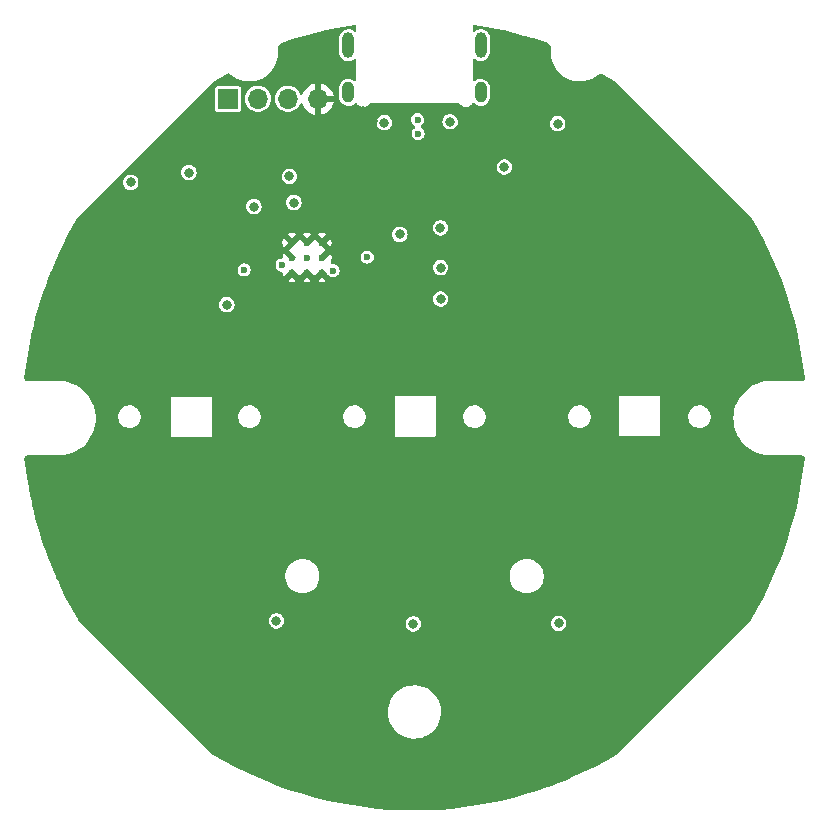
<source format=gbr>
%TF.GenerationSoftware,KiCad,Pcbnew,7.0.5*%
%TF.CreationDate,2023-07-14T01:07:39-05:00*%
%TF.ProjectId,RP2040,52503230-3430-42e6-9b69-6361645f7063,REV1*%
%TF.SameCoordinates,Original*%
%TF.FileFunction,Copper,L3,Inr*%
%TF.FilePolarity,Positive*%
%FSLAX46Y46*%
G04 Gerber Fmt 4.6, Leading zero omitted, Abs format (unit mm)*
G04 Created by KiCad (PCBNEW 7.0.5) date 2023-07-14 01:07:39*
%MOMM*%
%LPD*%
G01*
G04 APERTURE LIST*
%TA.AperFunction,ComponentPad*%
%ADD10O,1.000000X1.800000*%
%TD*%
%TA.AperFunction,ComponentPad*%
%ADD11O,1.000000X2.200000*%
%TD*%
%TA.AperFunction,ComponentPad*%
%ADD12C,0.600000*%
%TD*%
%TA.AperFunction,ComponentPad*%
%ADD13R,1.700000X1.700000*%
%TD*%
%TA.AperFunction,ComponentPad*%
%ADD14O,1.700000X1.700000*%
%TD*%
%TA.AperFunction,ViaPad*%
%ADD15C,0.800000*%
%TD*%
%TA.AperFunction,ViaPad*%
%ADD16C,0.600000*%
%TD*%
G04 APERTURE END LIST*
D10*
%TO.N,unconnected-(P1-SHIELD-PadS1)*%
%TO.C,P1*%
X5620000Y27450000D03*
D11*
X5620000Y31450000D03*
D10*
X-5620000Y27450000D03*
D11*
X-5620000Y31450000D03*
%TD*%
D12*
%TO.N,GND*%
%TO.C,U3*%
X-7827500Y14747500D03*
X-9102500Y14747500D03*
X-10377500Y14747500D03*
X-7827500Y13472500D03*
X-9102500Y13472500D03*
X-10377500Y13472500D03*
X-7827500Y12197500D03*
X-9102500Y12197500D03*
X-10377500Y12197500D03*
%TD*%
D13*
%TO.N,SWCLK*%
%TO.C,J1*%
X-15800000Y26915000D03*
D14*
%TO.N,SWDIO*%
X-13260000Y26915000D03*
%TO.N,+3V3*%
X-10720000Y26915000D03*
%TO.N,GND*%
X-8180000Y26915000D03*
%TD*%
D15*
%TO.N,GND*%
X21666000Y-21666000D03*
X21666000Y8814000D03*
X19126000Y-24206000D03*
X19126000Y8814000D03*
X16586000Y-26746000D03*
X16586000Y-19126000D03*
X16586000Y-16586000D03*
X14046000Y-26746000D03*
X14046000Y-19126000D03*
X11506000Y-26746000D03*
X11506000Y-19126000D03*
X8966000Y-19126000D03*
X6426000Y-1346000D03*
X6426000Y1194000D03*
X3886000Y-19126000D03*
X3886000Y8814000D03*
X1346000Y-19126000D03*
X-1194000Y-19126000D03*
X-3734000Y-19126000D03*
X-3734000Y-1346000D03*
X-6274000Y-21666000D03*
X-6274000Y-19126000D03*
X-6274000Y-14046000D03*
X-6274000Y-1346000D03*
X-8814000Y-19126000D03*
X-11354000Y-19126000D03*
X-13894000Y-19126000D03*
X-16434000Y-3886000D03*
X-21514000Y-3886000D03*
X-31674000Y-6426000D03*
X30166000Y-10706000D03*
X30166000Y-8706000D03*
X30166000Y-6706000D03*
X30166000Y-4706000D03*
X30166000Y5294000D03*
X30166000Y7294000D03*
X30166000Y9294000D03*
X30166000Y11294000D03*
X28166000Y-14706000D03*
X28166000Y-12706000D03*
X28166000Y-10706000D03*
X28166000Y-8706000D03*
X28166000Y-6706000D03*
X28166000Y-4706000D03*
X28166000Y3294000D03*
X28166000Y5294000D03*
X28166000Y7294000D03*
X28166000Y9294000D03*
X28166000Y11294000D03*
X28166000Y13294000D03*
X28166000Y15294000D03*
X26166000Y-12706000D03*
X26166000Y-10706000D03*
X24166000Y-12706000D03*
X24166000Y3294000D03*
X24166000Y5294000D03*
X24166000Y7294000D03*
X24166000Y11294000D03*
X24166000Y13294000D03*
X22166000Y-14706000D03*
X22166000Y-706000D03*
X22166000Y1294000D03*
X22166000Y3294000D03*
X22166000Y5294000D03*
X22166000Y7294000D03*
X22166000Y11294000D03*
X22166000Y13294000D03*
X22166000Y15294000D03*
X22166000Y21294000D03*
X20166000Y-10706000D03*
X20166000Y5294000D03*
X20166000Y7294000D03*
X20166000Y11294000D03*
X20166000Y13294000D03*
X20166000Y15294000D03*
X20166000Y21294000D03*
X20166000Y23294000D03*
X18166000Y-20706000D03*
X18166000Y-18706000D03*
X18166000Y-12706000D03*
X18166000Y-6706000D03*
X18166000Y-4706000D03*
X18166000Y5294000D03*
X18166000Y7294000D03*
X18166000Y11294000D03*
X18166000Y13294000D03*
X18166000Y15294000D03*
X18166000Y25294000D03*
X16166000Y-22706000D03*
X16166000Y-14706000D03*
X16166000Y-12706000D03*
X16166000Y5294000D03*
X16166000Y7294000D03*
X16166000Y11294000D03*
X16166000Y15294000D03*
X16166000Y25294000D03*
X16166000Y27294000D03*
X14166000Y-28706000D03*
X14166000Y-24706000D03*
X14166000Y-22706000D03*
X14166000Y-14706000D03*
X14166000Y-12706000D03*
X14166000Y-6706000D03*
X14166000Y-4706000D03*
X14166000Y5294000D03*
X14166000Y7294000D03*
X14166000Y17294000D03*
X14166000Y23294000D03*
X14166000Y27294000D03*
X12166000Y-28706000D03*
X12166000Y-24706000D03*
X12166000Y-14706000D03*
X12166000Y-12706000D03*
X12166000Y-8706000D03*
X12166000Y-6706000D03*
X12166000Y-4706000D03*
X12166000Y-706000D03*
X12166000Y1294000D03*
X12166000Y5294000D03*
X12166000Y7294000D03*
X12166000Y27294000D03*
X10166000Y-30706000D03*
X10166000Y-8706000D03*
X10166000Y-6706000D03*
X10166000Y-4706000D03*
X10166000Y-706000D03*
X10166000Y1294000D03*
X10166000Y5294000D03*
X10166000Y7294000D03*
X10166000Y27294000D03*
X10166000Y29294000D03*
X8166000Y-30706000D03*
X8166000Y-24706000D03*
X8166000Y-8706000D03*
X8166000Y-6706000D03*
X8166000Y-4706000D03*
X8166000Y-706000D03*
X8166000Y1294000D03*
X8166000Y5294000D03*
X8166000Y7294000D03*
X8166000Y29294000D03*
X8166000Y31294000D03*
X6166000Y-30706000D03*
X6166000Y-22706000D03*
X6166000Y-8706000D03*
X6166000Y-6706000D03*
X6166000Y-4706000D03*
X6166000Y5294000D03*
X6166000Y7294000D03*
X6166000Y29294000D03*
X4166000Y-30706000D03*
X4166000Y-14706000D03*
X4166000Y-12706000D03*
X4166000Y-8706000D03*
X4166000Y5294000D03*
X4166000Y7294000D03*
X2166000Y-30706000D03*
X2166000Y-28706000D03*
X2166000Y-14706000D03*
X2166000Y-12706000D03*
X2166000Y5294000D03*
X2166000Y7294000D03*
X166000Y-30706000D03*
X166000Y-28706000D03*
X166000Y-14706000D03*
X166000Y-12706000D03*
X166000Y-6706000D03*
X166000Y-4706000D03*
X166000Y5294000D03*
X166000Y11294000D03*
X-1834000Y-30706000D03*
X-1834000Y-28706000D03*
X-1834000Y-14706000D03*
X-1834000Y-12706000D03*
X-1834000Y5294000D03*
X-3834000Y-30706000D03*
X-3834000Y-14706000D03*
X-3834000Y-12706000D03*
X-3834000Y1294000D03*
X-3834000Y5294000D03*
X-5834000Y-30706000D03*
X-5834000Y-6706000D03*
X-5834000Y-4706000D03*
X-5834000Y5294000D03*
X-5834000Y29294000D03*
X-7834000Y-30706000D03*
X-7834000Y-24706000D03*
X-7834000Y-8706000D03*
X-7834000Y-6706000D03*
X-7834000Y-4706000D03*
X-7834000Y-706000D03*
X-7834000Y1294000D03*
X-7834000Y29294000D03*
X-7834000Y31294000D03*
X-9834000Y-30706000D03*
X-9834000Y-22706000D03*
X-9834000Y-8706000D03*
X-9834000Y-6706000D03*
X-9834000Y-4706000D03*
X-9834000Y-706000D03*
X-9834000Y1294000D03*
X-9834000Y3294000D03*
X-9834000Y29294000D03*
X-11834000Y-28706000D03*
X-11834000Y-24706000D03*
X-11834000Y-22706000D03*
X-11834000Y-14706000D03*
X-11834000Y-12706000D03*
X-11834000Y-8706000D03*
X-11834000Y-6706000D03*
X-11834000Y-4706000D03*
X-11834000Y-706000D03*
X-11834000Y1294000D03*
X-11834000Y5294000D03*
X-13834000Y-28706000D03*
X-13834000Y-22706000D03*
X-13834000Y-14706000D03*
X-13834000Y-12706000D03*
X-13834000Y-8706000D03*
X-13834000Y-4706000D03*
X-13834000Y5294000D03*
X-15834000Y-26706000D03*
X-15834000Y-12706000D03*
X-15834000Y-706000D03*
X-15834000Y3294000D03*
X-15834000Y5294000D03*
X-17834000Y-26706000D03*
X-17834000Y-24706000D03*
X-17834000Y-18706000D03*
X-17834000Y-12706000D03*
X-17834000Y3294000D03*
X-17834000Y5294000D03*
X-19834000Y-24706000D03*
X-19834000Y-22706000D03*
X-19834000Y-6706000D03*
X-19834000Y-4706000D03*
X-19834000Y3294000D03*
X-19834000Y5294000D03*
X-21834000Y-22706000D03*
X-21834000Y-20706000D03*
X-21834000Y-6706000D03*
X-21834000Y3294000D03*
X-21834000Y5294000D03*
X-21834000Y9294000D03*
X-23834000Y-20706000D03*
X-23834000Y-6706000D03*
X-23834000Y-2706000D03*
X-23834000Y3294000D03*
X-23834000Y9294000D03*
X-23834000Y11294000D03*
X-23834000Y13294000D03*
X-23834000Y15294000D03*
X-25834000Y-12706000D03*
X-27834000Y-16706000D03*
X-27834000Y-14706000D03*
X-27834000Y-12706000D03*
X-27834000Y-10706000D03*
X-27834000Y-8706000D03*
X-27834000Y-6706000D03*
X-27834000Y-4706000D03*
X-27834000Y3294000D03*
X-27834000Y5294000D03*
X-27834000Y7294000D03*
X-27834000Y9294000D03*
X-27834000Y11294000D03*
X-27834000Y13294000D03*
X-27834000Y15294000D03*
X-29834000Y-12706000D03*
X-29834000Y-10706000D03*
X-29834000Y-8706000D03*
X-29834000Y-6706000D03*
X-29834000Y-4706000D03*
X-29834000Y5294000D03*
X-29834000Y7294000D03*
X-29834000Y9294000D03*
X-29834000Y11294000D03*
X-31834000Y-4706000D03*
X-31834000Y5294000D03*
D16*
X-8835000Y18160000D03*
D15*
X5300000Y24730000D03*
X15800000Y-1100000D03*
X9372500Y11332500D03*
D16*
X-12699838Y18230000D03*
D15*
X-4350252Y25888370D03*
X17620000Y-2250000D03*
X-2110000Y0D03*
X-16830000Y17370000D03*
X10110000Y12422500D03*
X-13650000Y15360000D03*
D16*
X-2828588Y8500500D03*
D15*
X-20101907Y13770000D03*
X7390000Y17320000D03*
X4420000Y11560000D03*
X-1450000Y-2310000D03*
X8535000Y10297500D03*
X-11910000Y-20660000D03*
X7240531Y13235076D03*
X12070000Y11185000D03*
X-8350000Y-28200000D03*
X3300000Y-1000000D03*
X-15871907Y15750000D03*
X-22880000Y-18150000D03*
X14987500Y12975000D03*
X4830000Y25800000D03*
X-3552964Y25004134D03*
X18140000Y-8540000D03*
X16700000Y0D03*
X-14142159Y20089294D03*
X4185000Y20345000D03*
X11445000Y14360000D03*
X11550000Y20720000D03*
X4040000Y-7140000D03*
X0Y-20600000D03*
D16*
X-2852590Y10170762D03*
X-2514838Y16210500D03*
D15*
X1900000Y22110000D03*
X-2613000Y22333000D03*
X-1650000Y21370000D03*
X-18503800Y9211124D03*
X11760000Y-23190000D03*
X-5410000Y25760000D03*
X-6865000Y-23165000D03*
X-14985000Y-7210000D03*
X-18981907Y11330000D03*
X-20420000Y-2240000D03*
X-890000Y-8640000D03*
X26085000Y-16545000D03*
D16*
X-5850000Y7265000D03*
D15*
X3300000Y1200000D03*
D16*
X-1144500Y13663483D03*
D15*
X15800000Y1400000D03*
X-14005000Y9855000D03*
X4140000Y25310000D03*
X-4670000Y24090000D03*
D16*
X-1184838Y9850500D03*
D15*
X-12290000Y24820000D03*
X-8930000Y25100000D03*
D16*
X-2739838Y9270500D03*
D15*
X6280000Y25220000D03*
X-20050000Y-8660000D03*
X21090000Y-18090000D03*
X-3650000Y23360000D03*
X6780000Y-28140000D03*
X-17260000Y24670000D03*
X4544668Y22175332D03*
X-21200000Y-10000D03*
X-12399838Y7990500D03*
X6880000Y26350000D03*
X18600000Y20890000D03*
X-16090000Y12520000D03*
X12220000Y-20610000D03*
X-17958000Y-16332000D03*
X-21230000Y19040000D03*
X-6130000Y24760000D03*
X23080000Y-7140000D03*
%TO.N,VBUS*%
X3002858Y24967033D03*
X-2560000Y24890000D03*
%TO.N,BUTT0*%
X-11695000Y-17285000D03*
%TO.N,+5V*%
X12120000Y24810000D03*
X7605000Y21145000D03*
D16*
%TO.N,USB_D+*%
X250000Y25140000D03*
X303779Y23965500D03*
D15*
%TO.N,LED_D*%
X-13600000Y17790000D03*
%TO.N,BUTT1*%
X-110000Y-17540000D03*
%TO.N,BUTT2*%
X12202500Y-17490000D03*
D16*
%TO.N,+1V1*%
X-14426916Y12426916D03*
X-6899838Y12370500D03*
X-11212500Y12835000D03*
X-4011985Y13508702D03*
D15*
%TO.N,SWDIO*%
X-24032443Y19835329D03*
%TO.N,+3V3*%
X2205000Y9965000D03*
X-10600000Y20350000D03*
X2205000Y12620000D03*
X2195000Y15990000D03*
X-10219838Y18130500D03*
X-1244500Y15435273D03*
%TO.N,Net-(R6-Pad1)*%
X-19100000Y20670000D03*
%TO.N,Net-(U3-RUN)*%
X-15900000Y9480000D03*
%TD*%
%TA.AperFunction,Conductor*%
%TO.N,GND*%
G36*
X5063000Y33179391D02*
G01*
X5556501Y33104271D01*
X5558246Y33103978D01*
X6525054Y32927775D01*
X6526831Y32927424D01*
X7020634Y32822438D01*
X7488060Y32723058D01*
X7489800Y32722661D01*
X7534486Y32711787D01*
X8444697Y32490293D01*
X8446332Y32489869D01*
X9304522Y32254279D01*
X9394039Y32229704D01*
X9395778Y32229199D01*
X9569628Y32175966D01*
X10335450Y31941471D01*
X10337134Y31940927D01*
X11264965Y31626900D01*
X11272816Y31623625D01*
X11356603Y31581705D01*
X11381934Y31564858D01*
X11444708Y31510917D01*
X11465177Y31488407D01*
X11512932Y31420796D01*
X11527302Y31393983D01*
X11557155Y31316787D01*
X11564565Y31287279D01*
X11572769Y31220933D01*
X11572140Y31186071D01*
X11556549Y31088909D01*
X11556549Y31088899D01*
X11545663Y30788201D01*
X11571643Y30488428D01*
X11634097Y30194096D01*
X11634097Y30194094D01*
X11634099Y30194088D01*
X11732093Y29909596D01*
X11732095Y29909592D01*
X11864152Y29639225D01*
X11978701Y29463236D01*
X12028292Y29387046D01*
X12160681Y29229750D01*
X12222050Y29156835D01*
X12222051Y29156834D01*
X12442505Y28952063D01*
X12442507Y28952062D01*
X12442512Y28952057D01*
X12686370Y28775786D01*
X12686376Y28775783D01*
X12686377Y28775782D01*
X12949957Y28630669D01*
X12949959Y28630668D01*
X13229320Y28518886D01*
X13520258Y28442116D01*
X13818402Y28401513D01*
X14119273Y28397687D01*
X14418353Y28430694D01*
X14633460Y28481641D01*
X14711142Y28500038D01*
X14711144Y28500039D01*
X14711149Y28500040D01*
X14993263Y28604682D01*
X15260457Y28743049D01*
X15508719Y28913062D01*
X15600356Y28993985D01*
X15614350Y29006336D01*
X15629423Y29017719D01*
X15656469Y29035074D01*
X15690910Y29050369D01*
X15712647Y29056276D01*
X15750096Y29060517D01*
X15772608Y29059620D01*
X15809604Y29052411D01*
X15838301Y29042098D01*
X15857879Y29033071D01*
X17037929Y28358825D01*
X17064091Y28338842D01*
X28473836Y16929097D01*
X28493469Y16903543D01*
X28988625Y16048238D01*
X28989539Y16046601D01*
X29233980Y15592092D01*
X29481426Y15131993D01*
X29482320Y15130267D01*
X29945314Y14200682D01*
X29946153Y14198929D01*
X30379775Y13255328D01*
X30380559Y13253550D01*
X30784413Y12296795D01*
X30785141Y12294994D01*
X31158811Y11326069D01*
X31159482Y11324245D01*
X31502608Y10344088D01*
X31503221Y10342244D01*
X31815465Y9351817D01*
X31816020Y9349955D01*
X32097075Y8350236D01*
X32097572Y8348358D01*
X32347165Y7340319D01*
X32347602Y7338425D01*
X32565483Y6323071D01*
X32565861Y6321165D01*
X32751823Y5299457D01*
X32752141Y5297540D01*
X32905999Y4270501D01*
X32906256Y4268575D01*
X33026620Y3247697D01*
X33027207Y3225062D01*
X33024965Y3190880D01*
X33015440Y3150702D01*
X33005880Y3128094D01*
X32983697Y3093279D01*
X32967247Y3075064D01*
X32934860Y3049457D01*
X32913339Y3037651D01*
X32874337Y3024096D01*
X32839777Y3018263D01*
X32819132Y3016534D01*
X32771929Y3016537D01*
X32771879Y3016533D01*
X30119296Y3016533D01*
X30119166Y3016527D01*
X29979154Y3016527D01*
X29639530Y2979591D01*
X29305886Y2906151D01*
X29055622Y2821827D01*
X28982139Y2797067D01*
X28982136Y2797066D01*
X28982128Y2797063D01*
X28672092Y2653625D01*
X28379363Y2477497D01*
X28379360Y2477495D01*
X28107395Y2270754D01*
X28107386Y2270746D01*
X27859371Y2035814D01*
X27859366Y2035809D01*
X27638204Y1775439D01*
X27638196Y1775429D01*
X27446484Y1492676D01*
X27446483Y1492673D01*
X27286461Y1190841D01*
X27286452Y1190823D01*
X27160005Y873463D01*
X27160004Y873461D01*
X27068613Y544298D01*
X27068608Y544277D01*
X27013342Y207174D01*
X27013341Y207161D01*
X27013341Y207159D01*
X26994846Y-133970D01*
X27011507Y-441279D01*
X27013341Y-475096D01*
X27013342Y-475113D01*
X27068608Y-812216D01*
X27068613Y-812237D01*
X27160004Y-1141400D01*
X27160005Y-1141402D01*
X27286452Y-1458762D01*
X27286457Y-1458772D01*
X27409046Y-1690000D01*
X27446483Y-1760612D01*
X27446484Y-1760615D01*
X27638196Y-2043368D01*
X27638204Y-2043378D01*
X27638207Y-2043381D01*
X27859365Y-2303747D01*
X28107386Y-2538686D01*
X28379356Y-2745432D01*
X28672084Y-2921560D01*
X28672089Y-2921562D01*
X28672092Y-2921564D01*
X28672103Y-2921569D01*
X28982139Y-3065007D01*
X29305886Y-3174090D01*
X29639529Y-3247530D01*
X29979156Y-3284467D01*
X30093798Y-3284467D01*
X32771879Y-3284467D01*
X32771929Y-3284470D01*
X32781892Y-3284469D01*
X32781894Y-3284470D01*
X32819098Y-3284467D01*
X32839727Y-3286195D01*
X32874353Y-3292038D01*
X32913345Y-3305588D01*
X32934885Y-3317402D01*
X32967270Y-3343001D01*
X32983740Y-3361237D01*
X33005925Y-3396051D01*
X33015493Y-3418676D01*
X33025019Y-3458841D01*
X33027241Y-3492647D01*
X33026655Y-3515299D01*
X32906253Y-4536509D01*
X32905996Y-4538435D01*
X32752139Y-5565473D01*
X32751821Y-5567390D01*
X32565859Y-6589098D01*
X32565481Y-6591004D01*
X32347601Y-7606358D01*
X32347164Y-7608252D01*
X32097571Y-8616291D01*
X32097074Y-8618169D01*
X31816020Y-9617889D01*
X31815465Y-9619751D01*
X31503222Y-10610177D01*
X31502609Y-10612021D01*
X31159473Y-11592207D01*
X31158802Y-11594031D01*
X30866708Y-12351429D01*
X30785148Y-12562912D01*
X30784420Y-12564713D01*
X30380565Y-13521472D01*
X30379781Y-13523250D01*
X29946154Y-14466863D01*
X29945315Y-14468616D01*
X29482321Y-15398201D01*
X29481427Y-15399927D01*
X28989560Y-16314498D01*
X28988613Y-16316195D01*
X28493472Y-17171472D01*
X28473839Y-17197026D01*
X17063064Y-28607801D01*
X17037485Y-28627448D01*
X16169157Y-29129882D01*
X16167436Y-29130841D01*
X15239295Y-29629199D01*
X15237544Y-29630104D01*
X14294083Y-30098680D01*
X14292304Y-30099529D01*
X13334410Y-30537887D01*
X13332605Y-30538679D01*
X12887235Y-30725608D01*
X12361269Y-30946366D01*
X12359452Y-30947095D01*
X11375602Y-31323718D01*
X11373760Y-31324390D01*
X11196449Y-31385879D01*
X10378516Y-31669523D01*
X10376644Y-31670139D01*
X9370845Y-31983492D01*
X9368954Y-31984048D01*
X8353778Y-32265250D01*
X8351870Y-32265746D01*
X7328237Y-32514547D01*
X7326314Y-32514982D01*
X6295275Y-32731122D01*
X6293340Y-32731496D01*
X5255987Y-32914749D01*
X5254040Y-32915061D01*
X4211369Y-33065250D01*
X4209414Y-33065500D01*
X3162514Y-33182470D01*
X3160552Y-33182657D01*
X2110411Y-33266296D01*
X2108444Y-33266421D01*
X1056215Y-33316635D01*
X1054255Y-33316697D01*
X773701Y-33321157D01*
X634Y-33333446D01*
X-1337Y-33333446D01*
X-560472Y-33324557D01*
X-1054302Y-33316706D01*
X-1056261Y-33316644D01*
X-2108475Y-33266429D01*
X-2110442Y-33266304D01*
X-3160569Y-33182665D01*
X-3162531Y-33182478D01*
X-4209418Y-33065510D01*
X-4211373Y-33065260D01*
X-5254029Y-32915073D01*
X-5255976Y-32914761D01*
X-5256044Y-32914749D01*
X-6293336Y-32731507D01*
X-6295257Y-32731136D01*
X-7326270Y-32515002D01*
X-7328192Y-32514567D01*
X-8351819Y-32265770D01*
X-8353726Y-32265274D01*
X-9181670Y-32035936D01*
X-9368901Y-31984074D01*
X-9370783Y-31983521D01*
X-10376541Y-31670185D01*
X-10378413Y-31669569D01*
X-11373691Y-31324427D01*
X-11375543Y-31323751D01*
X-11980178Y-31092295D01*
X-12359372Y-30947138D01*
X-12361148Y-30946426D01*
X-13332530Y-30538724D01*
X-13334301Y-30537947D01*
X-14292183Y-30099598D01*
X-14293962Y-30098750D01*
X-15237425Y-29630177D01*
X-15239176Y-29629272D01*
X-16167282Y-29130940D01*
X-16169004Y-29129980D01*
X-17037591Y-28627402D01*
X-17063170Y-28607755D01*
X-20595552Y-25075373D01*
X-2254277Y-25075373D01*
X-2224119Y-25375160D01*
X-2224118Y-25375162D01*
X-2154272Y-25668252D01*
X-2154267Y-25668266D01*
X-2045980Y-25949427D01*
X-2045976Y-25949436D01*
X-1901175Y-26213665D01*
X-1901171Y-26213671D01*
X-1722449Y-26456234D01*
X-1722446Y-26456238D01*
X-1722439Y-26456245D01*
X-1512981Y-26672823D01*
X-1276522Y-26859553D01*
X-1276520Y-26859554D01*
X-1276515Y-26859558D01*
X-1017270Y-27013109D01*
X-739872Y-27130736D01*
X-449271Y-27210340D01*
X-150653Y-27250500D01*
X-150649Y-27250500D01*
X75252Y-27250500D01*
X239164Y-27239526D01*
X300634Y-27235412D01*
X595903Y-27175396D01*
X880537Y-27076560D01*
X1149459Y-26940668D01*
X1397869Y-26770144D01*
X1621333Y-26568032D01*
X1815865Y-26337939D01*
X1977993Y-26083970D01*
X2104823Y-25810658D01*
X2194093Y-25522879D01*
X2244209Y-25225770D01*
X2254277Y-24924631D01*
X2224118Y-24624838D01*
X2154269Y-24331739D01*
X2045977Y-24050566D01*
X1901175Y-23786335D01*
X1722446Y-23543762D01*
X1512980Y-23327176D01*
X1389742Y-23229856D01*
X1276521Y-23140446D01*
X1276517Y-23140443D01*
X1276515Y-23140442D01*
X1017270Y-22986891D01*
X739872Y-22869264D01*
X739863Y-22869261D01*
X449272Y-22789660D01*
X374616Y-22779620D01*
X150653Y-22749500D01*
X-75244Y-22749500D01*
X-75252Y-22749500D01*
X-300632Y-22764587D01*
X-300641Y-22764589D01*
X-595906Y-22824604D01*
X-880536Y-22923439D01*
X-880541Y-22923441D01*
X-1149454Y-23059328D01*
X-1397875Y-23229860D01*
X-1621335Y-23431969D01*
X-1815868Y-23662064D01*
X-1977994Y-23916030D01*
X-1977995Y-23916032D01*
X-2104819Y-24189333D01*
X-2104823Y-24189342D01*
X-2104824Y-24189346D01*
X-2194093Y-24477118D01*
X-2244209Y-24774230D01*
X-2254277Y-25075373D01*
X-20595552Y-25075373D01*
X-28385925Y-17285000D01*
X-12350278Y-17285000D01*
X-12331238Y-17441818D01*
X-12296931Y-17532276D01*
X-12275220Y-17589523D01*
X-12185483Y-17719530D01*
X-12067240Y-17824283D01*
X-12067238Y-17824284D01*
X-11927366Y-17897696D01*
X-11773986Y-17935500D01*
X-11773985Y-17935500D01*
X-11616015Y-17935500D01*
X-11462635Y-17897696D01*
X-11361324Y-17844523D01*
X-11322760Y-17824283D01*
X-11204517Y-17719530D01*
X-11114780Y-17589523D01*
X-11095998Y-17540000D01*
X-765278Y-17540000D01*
X-746238Y-17696818D01*
X-709182Y-17794524D01*
X-690220Y-17844523D01*
X-600483Y-17974530D01*
X-482240Y-18079283D01*
X-482238Y-18079284D01*
X-342366Y-18152696D01*
X-188986Y-18190500D01*
X-188985Y-18190500D01*
X-31015Y-18190500D01*
X122365Y-18152696D01*
X145602Y-18140500D01*
X262240Y-18079283D01*
X380483Y-17974530D01*
X470220Y-17844523D01*
X526237Y-17696818D01*
X545278Y-17540000D01*
X539207Y-17490000D01*
X11547222Y-17490000D01*
X11566262Y-17646818D01*
X11622279Y-17794522D01*
X11622280Y-17794523D01*
X11712017Y-17924530D01*
X11830260Y-18029283D01*
X11830262Y-18029284D01*
X11970134Y-18102696D01*
X12123514Y-18140500D01*
X12123515Y-18140500D01*
X12281485Y-18140500D01*
X12434865Y-18102696D01*
X12479474Y-18079283D01*
X12574740Y-18029283D01*
X12692983Y-17924530D01*
X12782720Y-17794523D01*
X12838737Y-17646818D01*
X12857778Y-17490000D01*
X12838737Y-17333182D01*
X12782720Y-17185477D01*
X12692983Y-17055470D01*
X12574740Y-16950717D01*
X12574738Y-16950716D01*
X12574737Y-16950715D01*
X12434865Y-16877303D01*
X12281486Y-16839500D01*
X12281485Y-16839500D01*
X12123515Y-16839500D01*
X12123514Y-16839500D01*
X11970134Y-16877303D01*
X11830262Y-16950715D01*
X11712016Y-17055471D01*
X11622281Y-17185475D01*
X11622280Y-17185476D01*
X11566262Y-17333181D01*
X11547222Y-17489999D01*
X11547222Y-17490000D01*
X539207Y-17490000D01*
X526237Y-17383182D01*
X470220Y-17235477D01*
X380483Y-17105470D01*
X262240Y-17000717D01*
X262238Y-17000716D01*
X262237Y-17000715D01*
X122365Y-16927303D01*
X-31014Y-16889500D01*
X-31015Y-16889500D01*
X-188985Y-16889500D01*
X-188986Y-16889500D01*
X-342366Y-16927303D01*
X-482238Y-17000715D01*
X-600484Y-17105471D01*
X-690219Y-17235475D01*
X-690220Y-17235476D01*
X-746238Y-17383181D01*
X-765278Y-17539999D01*
X-765278Y-17540000D01*
X-11095998Y-17540000D01*
X-11058763Y-17441818D01*
X-11039722Y-17285000D01*
X-11051799Y-17185532D01*
X-11058763Y-17128181D01*
X-11107105Y-17000715D01*
X-11114780Y-16980477D01*
X-11204517Y-16850470D01*
X-11322760Y-16745717D01*
X-11322762Y-16745716D01*
X-11322763Y-16745715D01*
X-11462635Y-16672303D01*
X-11616014Y-16634500D01*
X-11616015Y-16634500D01*
X-11773985Y-16634500D01*
X-11773986Y-16634500D01*
X-11927366Y-16672303D01*
X-12067238Y-16745715D01*
X-12185484Y-16850471D01*
X-12275219Y-16980475D01*
X-12275220Y-16980476D01*
X-12331238Y-17128181D01*
X-12350278Y-17284999D01*
X-12350278Y-17285000D01*
X-28385925Y-17285000D01*
X-28473900Y-17197025D01*
X-28493534Y-17171470D01*
X-28531742Y-17105471D01*
X-28988787Y-16315979D01*
X-28989734Y-16314282D01*
X-29080467Y-16145572D01*
X-29481637Y-15399631D01*
X-29482473Y-15398014D01*
X-29945472Y-14468399D01*
X-29946303Y-14466662D01*
X-30226323Y-13857300D01*
X-30335282Y-13620190D01*
X-10950500Y-13620190D01*
X-10910934Y-13857300D01*
X-10832884Y-14084652D01*
X-10832882Y-14084657D01*
X-10718471Y-14296069D01*
X-10718467Y-14296075D01*
X-10570831Y-14485757D01*
X-10570829Y-14485759D01*
X-10570825Y-14485764D01*
X-10393969Y-14648571D01*
X-10192728Y-14780049D01*
X-9972591Y-14876610D01*
X-9739563Y-14935620D01*
X-9559990Y-14950500D01*
X-9559986Y-14950500D01*
X-9440014Y-14950500D01*
X-9440010Y-14950500D01*
X-9260437Y-14935620D01*
X-9027409Y-14876610D01*
X-8807272Y-14780049D01*
X-8606031Y-14648571D01*
X-8429175Y-14485764D01*
X-8281528Y-14296067D01*
X-8167118Y-14084656D01*
X-8089066Y-13857297D01*
X-8049500Y-13620192D01*
X-8049500Y-13620190D01*
X8049500Y-13620190D01*
X8089066Y-13857300D01*
X8167116Y-14084652D01*
X8167118Y-14084657D01*
X8281529Y-14296069D01*
X8281533Y-14296075D01*
X8429169Y-14485757D01*
X8429171Y-14485759D01*
X8429175Y-14485764D01*
X8606031Y-14648571D01*
X8807272Y-14780049D01*
X9027409Y-14876610D01*
X9260437Y-14935620D01*
X9440010Y-14950500D01*
X9440014Y-14950500D01*
X9559986Y-14950500D01*
X9559990Y-14950500D01*
X9739563Y-14935620D01*
X9972591Y-14876610D01*
X10192728Y-14780049D01*
X10393969Y-14648571D01*
X10570825Y-14485764D01*
X10718472Y-14296067D01*
X10832882Y-14084656D01*
X10910934Y-13857297D01*
X10950500Y-13620192D01*
X10950500Y-13379808D01*
X10910934Y-13142703D01*
X10832882Y-12915344D01*
X10718472Y-12703933D01*
X10718470Y-12703930D01*
X10718466Y-12703924D01*
X10570830Y-12514242D01*
X10570827Y-12514239D01*
X10570825Y-12514236D01*
X10393969Y-12351429D01*
X10393966Y-12351427D01*
X10192729Y-12219951D01*
X10064757Y-12163817D01*
X9972591Y-12123390D01*
X9972589Y-12123389D01*
X9739559Y-12064379D01*
X9560000Y-12049500D01*
X9559990Y-12049500D01*
X9440010Y-12049500D01*
X9439999Y-12049500D01*
X9260440Y-12064379D01*
X9027410Y-12123389D01*
X8807270Y-12219951D01*
X8606033Y-12351427D01*
X8606029Y-12351430D01*
X8429172Y-12514239D01*
X8429169Y-12514242D01*
X8281533Y-12703924D01*
X8281529Y-12703930D01*
X8167118Y-12915342D01*
X8167116Y-12915347D01*
X8089066Y-13142699D01*
X8049500Y-13379809D01*
X8049500Y-13620190D01*
X-8049500Y-13620190D01*
X-8049500Y-13379808D01*
X-8089066Y-13142703D01*
X-8167118Y-12915344D01*
X-8281528Y-12703933D01*
X-8281530Y-12703930D01*
X-8281534Y-12703924D01*
X-8429170Y-12514242D01*
X-8429173Y-12514239D01*
X-8429175Y-12514236D01*
X-8606031Y-12351429D01*
X-8606034Y-12351427D01*
X-8807271Y-12219951D01*
X-8935243Y-12163817D01*
X-9027409Y-12123390D01*
X-9027411Y-12123389D01*
X-9260441Y-12064379D01*
X-9440000Y-12049500D01*
X-9440010Y-12049500D01*
X-9559990Y-12049500D01*
X-9560001Y-12049500D01*
X-9739560Y-12064379D01*
X-9972590Y-12123389D01*
X-10192730Y-12219951D01*
X-10393967Y-12351427D01*
X-10393971Y-12351430D01*
X-10570828Y-12514239D01*
X-10570831Y-12514242D01*
X-10718467Y-12703924D01*
X-10718471Y-12703930D01*
X-10832882Y-12915342D01*
X-10832884Y-12915347D01*
X-10910934Y-13142699D01*
X-10950500Y-13379809D01*
X-10950500Y-13620190D01*
X-30335282Y-13620190D01*
X-30379943Y-13523002D01*
X-30380718Y-13521242D01*
X-30784566Y-12564479D01*
X-30785276Y-12562718D01*
X-30803971Y-12514242D01*
X-30954701Y-12123389D01*
X-31158943Y-11593777D01*
X-31159614Y-11591953D01*
X-31502732Y-10611792D01*
X-31503345Y-10609948D01*
X-31601713Y-10297919D01*
X-31815582Y-9619518D01*
X-31816128Y-9617685D01*
X-32097183Y-8617933D01*
X-32097679Y-8616055D01*
X-32347270Y-7607983D01*
X-32347707Y-7606089D01*
X-32429211Y-7226252D01*
X-32565584Y-6590708D01*
X-32565945Y-6588889D01*
X-32751908Y-5567123D01*
X-32752221Y-5565234D01*
X-32815587Y-5142222D01*
X-32906077Y-4538136D01*
X-32906323Y-4536300D01*
X-33026664Y-3515534D01*
X-33027250Y-3492884D01*
X-33025013Y-3458846D01*
X-33015488Y-3418682D01*
X-33014593Y-3416564D01*
X-33005921Y-3396058D01*
X-32983741Y-3361248D01*
X-32967273Y-3343015D01*
X-32934895Y-3317417D01*
X-32913359Y-3305602D01*
X-32874370Y-3292050D01*
X-32852202Y-3288306D01*
X-32839714Y-3286198D01*
X-32819067Y-3284467D01*
X-30201397Y-3284467D01*
X-30201377Y-3284473D01*
X-30150029Y-3284473D01*
X-29979220Y-3284473D01*
X-29979214Y-3284473D01*
X-29639586Y-3247536D01*
X-29305942Y-3174095D01*
X-28982195Y-3065012D01*
X-28672140Y-2921565D01*
X-28561391Y-2854929D01*
X-28379426Y-2745446D01*
X-28379421Y-2745442D01*
X-28379422Y-2745442D01*
X-28379411Y-2745436D01*
X-28107442Y-2538690D01*
X-27859419Y-2303751D01*
X-27638253Y-2043373D01*
X-27446534Y-1760609D01*
X-27286511Y-1458774D01*
X-27160061Y-1141408D01*
X-27160058Y-1141400D01*
X-27102987Y-935845D01*
X-27068665Y-812230D01*
X-27043420Y-658241D01*
X-27013397Y-475113D01*
X-27013397Y-475110D01*
X-27013395Y-475099D01*
X-26994900Y-133970D01*
X-26999540Y-48390D01*
X-25084176Y-48390D01*
X-25054905Y-239466D01*
X-25054902Y-239478D01*
X-24987766Y-420748D01*
X-24987762Y-420757D01*
X-24885512Y-584803D01*
X-24885511Y-584804D01*
X-24885509Y-584807D01*
X-24752323Y-724919D01*
X-24593658Y-835353D01*
X-24416012Y-911587D01*
X-24226656Y-950500D01*
X-24081793Y-950500D01*
X-23937678Y-935845D01*
X-23753241Y-877977D01*
X-23753240Y-877976D01*
X-23753232Y-877974D01*
X-23584209Y-784159D01*
X-23437532Y-658240D01*
X-23319204Y-505373D01*
X-23234070Y-331816D01*
X-23185615Y-144674D01*
X-23175824Y48390D01*
X-23205097Y239474D01*
X-23272236Y420753D01*
X-23324980Y505373D01*
X-23374489Y584804D01*
X-23374490Y584805D01*
X-23374491Y584807D01*
X-23507677Y724919D01*
X-23572581Y770094D01*
X-23666343Y835354D01*
X-23843988Y911587D01*
X-24033344Y950500D01*
X-24178206Y950500D01*
X-24178207Y950500D01*
X-24322323Y935846D01*
X-24506760Y877978D01*
X-24506775Y877971D01*
X-24675789Y784161D01*
X-24675794Y784158D01*
X-24822467Y658242D01*
X-24822469Y658241D01*
X-24940795Y505376D01*
X-24940797Y505372D01*
X-25025932Y331813D01*
X-25074384Y144683D01*
X-25074385Y144677D01*
X-25084176Y-48390D01*
X-26999540Y-48390D01*
X-27013395Y207159D01*
X-27018692Y239467D01*
X-27068663Y544278D01*
X-27068664Y544279D01*
X-27068665Y544290D01*
X-27149478Y835353D01*
X-27160059Y873463D01*
X-27160060Y873465D01*
X-27161857Y877974D01*
X-27230733Y1050841D01*
X-27286507Y1190825D01*
X-27286510Y1190830D01*
X-27286511Y1190834D01*
X-27446534Y1492669D01*
X-27573548Y1680000D01*
X-20630000Y1680000D01*
X-20630000Y-1650000D01*
X-20560000Y-1720000D01*
X-17220000Y-1720000D01*
X-17110000Y-1610000D01*
X-17110000Y-48390D01*
X-14924176Y-48390D01*
X-14894905Y-239466D01*
X-14894902Y-239478D01*
X-14827766Y-420748D01*
X-14827762Y-420757D01*
X-14725512Y-584803D01*
X-14725511Y-584804D01*
X-14725509Y-584807D01*
X-14592323Y-724919D01*
X-14433658Y-835353D01*
X-14256012Y-911587D01*
X-14066656Y-950500D01*
X-13921793Y-950500D01*
X-13777678Y-935845D01*
X-13593241Y-877977D01*
X-13593240Y-877976D01*
X-13593232Y-877974D01*
X-13424209Y-784159D01*
X-13277532Y-658240D01*
X-13159204Y-505373D01*
X-13074070Y-331816D01*
X-13025615Y-144674D01*
X-13020732Y-48390D01*
X-6034176Y-48390D01*
X-6004905Y-239466D01*
X-6004902Y-239478D01*
X-5937766Y-420748D01*
X-5937762Y-420757D01*
X-5835512Y-584803D01*
X-5835511Y-584804D01*
X-5835509Y-584807D01*
X-5702323Y-724919D01*
X-5543658Y-835353D01*
X-5366012Y-911587D01*
X-5176656Y-950500D01*
X-5031793Y-950500D01*
X-4887678Y-935845D01*
X-4703241Y-877977D01*
X-4703240Y-877976D01*
X-4703232Y-877974D01*
X-4534209Y-784159D01*
X-4387532Y-658240D01*
X-4269204Y-505373D01*
X-4184070Y-331816D01*
X-4135615Y-144674D01*
X-4125824Y48390D01*
X-4155097Y239474D01*
X-4222236Y420753D01*
X-4274980Y505373D01*
X-4324489Y584804D01*
X-4324490Y584805D01*
X-4324491Y584807D01*
X-4457677Y724919D01*
X-4522581Y770094D01*
X-4616343Y835354D01*
X-4793988Y911587D01*
X-4983344Y950500D01*
X-5128206Y950500D01*
X-5128207Y950500D01*
X-5272323Y935846D01*
X-5456760Y877978D01*
X-5456775Y877971D01*
X-5625789Y784161D01*
X-5625794Y784158D01*
X-5772467Y658242D01*
X-5772469Y658241D01*
X-5890795Y505376D01*
X-5890797Y505372D01*
X-5975932Y331813D01*
X-6024384Y144683D01*
X-6024385Y144677D01*
X-6034176Y-48390D01*
X-13020732Y-48390D01*
X-13015824Y48390D01*
X-13045097Y239474D01*
X-13112236Y420753D01*
X-13164980Y505373D01*
X-13214489Y584804D01*
X-13214490Y584805D01*
X-13214491Y584807D01*
X-13347677Y724919D01*
X-13412581Y770094D01*
X-13506343Y835354D01*
X-13683988Y911587D01*
X-13873344Y950500D01*
X-14018206Y950500D01*
X-14018207Y950500D01*
X-14162323Y935846D01*
X-14346760Y877978D01*
X-14346775Y877971D01*
X-14515789Y784161D01*
X-14515794Y784158D01*
X-14662467Y658242D01*
X-14662469Y658241D01*
X-14780795Y505376D01*
X-14780797Y505372D01*
X-14865932Y331813D01*
X-14914384Y144683D01*
X-14914385Y144677D01*
X-14924176Y-48390D01*
X-17110000Y-48390D01*
X-17110000Y1670000D01*
X-17120000Y1680000D01*
X-20630000Y1680000D01*
X-27573548Y1680000D01*
X-27593888Y1710000D01*
X-1690000Y1710000D01*
X-1690000Y-1620000D01*
X-1620000Y-1690000D01*
X1720000Y-1690000D01*
X1830000Y-1580000D01*
X1830000Y-48390D01*
X4125824Y-48390D01*
X4155095Y-239466D01*
X4155098Y-239478D01*
X4222234Y-420748D01*
X4222238Y-420757D01*
X4324488Y-584803D01*
X4324489Y-584804D01*
X4324491Y-584807D01*
X4457677Y-724919D01*
X4616342Y-835353D01*
X4793988Y-911587D01*
X4983344Y-950500D01*
X5128207Y-950500D01*
X5272322Y-935845D01*
X5456759Y-877977D01*
X5456760Y-877976D01*
X5456768Y-877974D01*
X5625791Y-784159D01*
X5772468Y-658240D01*
X5890796Y-505373D01*
X5975930Y-331816D01*
X6024385Y-144674D01*
X6029268Y-48390D01*
X13015824Y-48390D01*
X13045095Y-239466D01*
X13045098Y-239478D01*
X13112234Y-420748D01*
X13112238Y-420757D01*
X13214488Y-584803D01*
X13214489Y-584804D01*
X13214491Y-584807D01*
X13347677Y-724919D01*
X13506342Y-835353D01*
X13683988Y-911587D01*
X13873344Y-950500D01*
X14018207Y-950500D01*
X14162322Y-935845D01*
X14346759Y-877977D01*
X14346760Y-877976D01*
X14346768Y-877974D01*
X14515791Y-784159D01*
X14662468Y-658240D01*
X14780796Y-505373D01*
X14865930Y-331816D01*
X14914385Y-144674D01*
X14924176Y48390D01*
X14894903Y239474D01*
X14827764Y420753D01*
X14775020Y505373D01*
X14725511Y584804D01*
X14725510Y584805D01*
X14725509Y584807D01*
X14592323Y724919D01*
X14527419Y770094D01*
X14433657Y835354D01*
X14256012Y911587D01*
X14066656Y950500D01*
X13921794Y950500D01*
X13921793Y950500D01*
X13777677Y935846D01*
X13593240Y877978D01*
X13593225Y877971D01*
X13424211Y784161D01*
X13424206Y784158D01*
X13277533Y658242D01*
X13277531Y658241D01*
X13159205Y505376D01*
X13159203Y505372D01*
X13074068Y331813D01*
X13025616Y144683D01*
X13025615Y144677D01*
X13015824Y-48390D01*
X6029268Y-48390D01*
X6034176Y48390D01*
X6004903Y239474D01*
X5937764Y420753D01*
X5885020Y505373D01*
X5835511Y584804D01*
X5835510Y584805D01*
X5835509Y584807D01*
X5702323Y724919D01*
X5637419Y770094D01*
X5543657Y835354D01*
X5366012Y911587D01*
X5176656Y950500D01*
X5031794Y950500D01*
X5031793Y950500D01*
X4887677Y935846D01*
X4703240Y877978D01*
X4703225Y877971D01*
X4534211Y784161D01*
X4534206Y784158D01*
X4387533Y658242D01*
X4387531Y658241D01*
X4269205Y505376D01*
X4269203Y505372D01*
X4184068Y331813D01*
X4135616Y144683D01*
X4135615Y144677D01*
X4125824Y-48390D01*
X1830000Y-48390D01*
X1830000Y1700000D01*
X1820000Y1710000D01*
X-1690000Y1710000D01*
X-27593888Y1710000D01*
X-27607448Y1730000D01*
X17290000Y1730000D01*
X17290000Y-1600000D01*
X17360000Y-1670000D01*
X20700000Y-1670000D01*
X20810000Y-1560000D01*
X20810000Y-48390D01*
X23175824Y-48390D01*
X23205095Y-239466D01*
X23205098Y-239478D01*
X23272234Y-420748D01*
X23272238Y-420757D01*
X23374488Y-584803D01*
X23374489Y-584804D01*
X23374491Y-584807D01*
X23507677Y-724919D01*
X23666342Y-835353D01*
X23843988Y-911587D01*
X24033344Y-950500D01*
X24178207Y-950500D01*
X24322322Y-935845D01*
X24506759Y-877977D01*
X24506760Y-877976D01*
X24506768Y-877974D01*
X24675791Y-784159D01*
X24822468Y-658240D01*
X24940796Y-505373D01*
X25025930Y-331816D01*
X25074385Y-144674D01*
X25084176Y48390D01*
X25054903Y239474D01*
X24987764Y420753D01*
X24935020Y505373D01*
X24885511Y584804D01*
X24885510Y584805D01*
X24885509Y584807D01*
X24752323Y724919D01*
X24687419Y770094D01*
X24593657Y835354D01*
X24416012Y911587D01*
X24226656Y950500D01*
X24081794Y950500D01*
X24081793Y950500D01*
X23937677Y935846D01*
X23753240Y877978D01*
X23753225Y877971D01*
X23584211Y784161D01*
X23584206Y784158D01*
X23437533Y658242D01*
X23437531Y658241D01*
X23319205Y505376D01*
X23319203Y505372D01*
X23234068Y331813D01*
X23185616Y144683D01*
X23185615Y144677D01*
X23175824Y-48390D01*
X20810000Y-48390D01*
X20810000Y1720000D01*
X20800000Y1730000D01*
X17290000Y1730000D01*
X-27607448Y1730000D01*
X-27638253Y1775433D01*
X-27638258Y1775439D01*
X-27638260Y1775442D01*
X-27859412Y2035803D01*
X-27859417Y2035809D01*
X-27859422Y2035814D01*
X-28107442Y2270750D01*
X-28379411Y2477496D01*
X-28379415Y2477499D01*
X-28379421Y2477503D01*
X-28379426Y2477507D01*
X-28672136Y2653623D01*
X-28672149Y2653630D01*
X-28982185Y2797068D01*
X-28982190Y2797070D01*
X-28982195Y2797072D01*
X-29140004Y2850244D01*
X-29305943Y2906156D01*
X-29639588Y2979597D01*
X-29979213Y3016533D01*
X-29979214Y3016533D01*
X-30093856Y3016533D01*
X-32819113Y3016533D01*
X-32839761Y3018264D01*
X-32874355Y3024107D01*
X-32913348Y3037662D01*
X-32934865Y3049467D01*
X-32967246Y3075070D01*
X-32983701Y3093292D01*
X-33005878Y3128102D01*
X-33015438Y3150714D01*
X-33024959Y3190879D01*
X-33027222Y3225387D01*
X-33026636Y3248003D01*
X-32906340Y4268369D01*
X-32906095Y4270205D01*
X-32752232Y5297338D01*
X-32751928Y5299171D01*
X-32565955Y6320982D01*
X-32565607Y6322741D01*
X-32347716Y7338181D01*
X-32347284Y7340052D01*
X-32097692Y8348125D01*
X-32097196Y8350003D01*
X-32097130Y8350236D01*
X-31816125Y9349807D01*
X-31815617Y9351511D01*
X-31775110Y9480000D01*
X-16555278Y9480000D01*
X-16536238Y9323182D01*
X-16480220Y9175477D01*
X-16390483Y9045470D01*
X-16272240Y8940717D01*
X-16272238Y8940716D01*
X-16132366Y8867304D01*
X-15978986Y8829500D01*
X-15978985Y8829500D01*
X-15821015Y8829500D01*
X-15667635Y8867304D01*
X-15667635Y8867305D01*
X-15527760Y8940717D01*
X-15409517Y9045470D01*
X-15319780Y9175477D01*
X-15263763Y9323182D01*
X-15244722Y9480000D01*
X-15263763Y9636818D01*
X-15272736Y9660477D01*
X-15285008Y9692837D01*
X-15319780Y9784523D01*
X-15409517Y9914530D01*
X-15466486Y9965000D01*
X1549722Y9965000D01*
X1568762Y9808182D01*
X1624780Y9660478D01*
X1624780Y9660477D01*
X1714517Y9530470D01*
X1832760Y9425717D01*
X1832762Y9425716D01*
X1972634Y9352304D01*
X2126014Y9314500D01*
X2126015Y9314500D01*
X2283985Y9314500D01*
X2437365Y9352304D01*
X2437364Y9352304D01*
X2577240Y9425717D01*
X2695483Y9530470D01*
X2785220Y9660477D01*
X2841237Y9808182D01*
X2860278Y9965000D01*
X2841237Y10121818D01*
X2837944Y10130500D01*
X2819992Y10177837D01*
X2785220Y10269523D01*
X2695483Y10399530D01*
X2577240Y10504283D01*
X2577238Y10504284D01*
X2577237Y10504285D01*
X2437365Y10577697D01*
X2283986Y10615500D01*
X2283985Y10615500D01*
X2126015Y10615500D01*
X2126014Y10615500D01*
X1972634Y10577697D01*
X1832762Y10504285D01*
X1714516Y10399529D01*
X1624781Y10269525D01*
X1624780Y10269524D01*
X1568762Y10121819D01*
X1549722Y9965001D01*
X1549722Y9965000D01*
X-15466486Y9965000D01*
X-15527760Y10019283D01*
X-15527762Y10019284D01*
X-15527763Y10019285D01*
X-15667635Y10092697D01*
X-15821014Y10130500D01*
X-15821015Y10130500D01*
X-15978985Y10130500D01*
X-15978986Y10130500D01*
X-16132366Y10092697D01*
X-16272238Y10019285D01*
X-16390484Y9914529D01*
X-16480219Y9784525D01*
X-16480220Y9784524D01*
X-16536238Y9636819D01*
X-16555278Y9480001D01*
X-16555278Y9480000D01*
X-31775110Y9480000D01*
X-31503353Y10342028D01*
X-31502743Y10343861D01*
X-31502663Y10344088D01*
X-31159620Y11324036D01*
X-31158953Y11325846D01*
X-31099180Y11480840D01*
X-10740609Y11480840D01*
X-10726803Y11472165D01*
X-10726799Y11472163D01*
X-10556642Y11412623D01*
X-10556639Y11412622D01*
X-10377503Y11392438D01*
X-10377497Y11392438D01*
X-10198362Y11412622D01*
X-10028193Y11472167D01*
X-10014393Y11480839D01*
X-10014393Y11480840D01*
X-9465609Y11480840D01*
X-9451803Y11472165D01*
X-9451799Y11472163D01*
X-9281642Y11412623D01*
X-9281639Y11412622D01*
X-9102503Y11392438D01*
X-9102497Y11392438D01*
X-8923362Y11412622D01*
X-8753193Y11472167D01*
X-8739393Y11480839D01*
X-8739393Y11480840D01*
X-8190609Y11480840D01*
X-8176803Y11472165D01*
X-8176799Y11472163D01*
X-8006642Y11412623D01*
X-8006639Y11412622D01*
X-7827503Y11392438D01*
X-7827497Y11392438D01*
X-7648362Y11412622D01*
X-7478193Y11472167D01*
X-7464393Y11480839D01*
X-7464393Y11480840D01*
X-7827499Y11843947D01*
X-7827500Y11843947D01*
X-8190609Y11480840D01*
X-8739393Y11480840D01*
X-9102499Y11843947D01*
X-9102500Y11843947D01*
X-9465609Y11480840D01*
X-10014393Y11480840D01*
X-10377499Y11843947D01*
X-10377500Y11843947D01*
X-10740609Y11480840D01*
X-31099180Y11480840D01*
X-30785289Y12294775D01*
X-30784574Y12296550D01*
X-30729546Y12426916D01*
X-14982166Y12426916D01*
X-14967495Y12315477D01*
X-14963246Y12283208D01*
X-14963245Y12283204D01*
X-14907779Y12149294D01*
X-14907778Y12149292D01*
X-14907777Y12149291D01*
X-14819537Y12034295D01*
X-14704541Y11946055D01*
X-14570625Y11890586D01*
X-14443636Y11873868D01*
X-14426917Y11871666D01*
X-14426916Y11871666D01*
X-14426915Y11871666D01*
X-14411939Y11873638D01*
X-14283207Y11890586D01*
X-14149291Y11946055D01*
X-14034295Y12034295D01*
X-13946055Y12149291D01*
X-13890586Y12283207D01*
X-13871666Y12426916D01*
X-13890586Y12570625D01*
X-13927566Y12659903D01*
X-13946054Y12704539D01*
X-13946055Y12704540D01*
X-13946055Y12704541D01*
X-14034295Y12819537D01*
X-14054447Y12835000D01*
X-11767750Y12835000D01*
X-11748830Y12691292D01*
X-11748829Y12691288D01*
X-11693363Y12557378D01*
X-11693362Y12557376D01*
X-11693361Y12557375D01*
X-11605121Y12442379D01*
X-11490125Y12354139D01*
X-11356209Y12298670D01*
X-11287692Y12289650D01*
X-11223796Y12261384D01*
X-11185325Y12203059D01*
X-11180658Y12180595D01*
X-11162379Y12018362D01*
X-11162378Y12018359D01*
X-11102838Y11848202D01*
X-11102833Y11848192D01*
X-11094162Y11834392D01*
X-10709328Y12219225D01*
X-10556423Y12219225D01*
X-10546025Y12133587D01*
X-10497019Y12062591D01*
X-10420634Y12022500D01*
X-10356253Y12022500D01*
X-10293740Y12037908D01*
X-10229168Y12095114D01*
X-10198577Y12175775D01*
X-10208975Y12261413D01*
X-10257981Y12332409D01*
X-10334366Y12372500D01*
X-10398747Y12372500D01*
X-10461260Y12357092D01*
X-10525832Y12299886D01*
X-10556423Y12219225D01*
X-10709328Y12219225D01*
X-10465181Y12463372D01*
X-10403858Y12496857D01*
X-10334166Y12491873D01*
X-10289819Y12463372D01*
X-9740001Y11913554D01*
X-9434329Y12219225D01*
X-9281423Y12219225D01*
X-9271025Y12133587D01*
X-9222019Y12062591D01*
X-9145634Y12022500D01*
X-9081253Y12022500D01*
X-9018740Y12037908D01*
X-8954168Y12095114D01*
X-8923577Y12175775D01*
X-8933975Y12261413D01*
X-8982981Y12332409D01*
X-9059366Y12372500D01*
X-9123747Y12372500D01*
X-9186260Y12357092D01*
X-9250832Y12299886D01*
X-9281423Y12219225D01*
X-9434329Y12219225D01*
X-9190182Y12463372D01*
X-9128859Y12496857D01*
X-9059168Y12491873D01*
X-9014820Y12463372D01*
X-8465002Y11913553D01*
X-8465001Y11913553D01*
X-8159330Y12219225D01*
X-8006423Y12219225D01*
X-7996025Y12133587D01*
X-7947019Y12062591D01*
X-7870634Y12022500D01*
X-7806253Y12022500D01*
X-7743740Y12037908D01*
X-7679168Y12095114D01*
X-7648577Y12175775D01*
X-7658975Y12261413D01*
X-7707981Y12332409D01*
X-7784366Y12372500D01*
X-7848747Y12372500D01*
X-7911260Y12357092D01*
X-7975832Y12299886D01*
X-8006423Y12219225D01*
X-8159330Y12219225D01*
X-7915182Y12463373D01*
X-7853859Y12496858D01*
X-7784168Y12491874D01*
X-7739820Y12463373D01*
X-7406186Y12129739D01*
X-7385844Y12099295D01*
X-7384765Y12099917D01*
X-7380702Y12092879D01*
X-7380700Y12092876D01*
X-7380699Y12092875D01*
X-7292459Y11977879D01*
X-7281539Y11969500D01*
X-7177464Y11889639D01*
X-7170423Y11885574D01*
X-7171047Y11884495D01*
X-7140600Y11864153D01*
X-7110840Y11834393D01*
X-7087362Y11837037D01*
X-7051719Y11834366D01*
X-7051604Y11835231D01*
X-7043548Y11834171D01*
X-7043547Y11834170D01*
X-6951364Y11822034D01*
X-6899839Y11815250D01*
X-6899838Y11815250D01*
X-6899837Y11815250D01*
X-6884861Y11817222D01*
X-6756129Y11834170D01*
X-6622213Y11889639D01*
X-6507217Y11977879D01*
X-6418977Y12092875D01*
X-6363508Y12226791D01*
X-6344588Y12370500D01*
X-6363508Y12514209D01*
X-6407327Y12620000D01*
X1549722Y12620000D01*
X1568762Y12463182D01*
X1624780Y12315478D01*
X1624780Y12315477D01*
X1714517Y12185470D01*
X1832760Y12080717D01*
X1832762Y12080716D01*
X1972634Y12007304D01*
X2126014Y11969500D01*
X2126015Y11969500D01*
X2283985Y11969500D01*
X2437365Y12007304D01*
X2495675Y12037908D01*
X2577240Y12080717D01*
X2695483Y12185470D01*
X2785220Y12315477D01*
X2841237Y12463182D01*
X2860278Y12620000D01*
X2841237Y12776818D01*
X2785220Y12924523D01*
X2695483Y13054530D01*
X2577240Y13159283D01*
X2577238Y13159284D01*
X2577237Y13159285D01*
X2437365Y13232697D01*
X2283986Y13270500D01*
X2283985Y13270500D01*
X2126015Y13270500D01*
X2126014Y13270500D01*
X1972634Y13232697D01*
X1832762Y13159285D01*
X1714516Y13054529D01*
X1624781Y12924525D01*
X1624780Y12924524D01*
X1568762Y12776819D01*
X1549722Y12620001D01*
X1549722Y12620000D01*
X-6407327Y12620000D01*
X-6418977Y12648125D01*
X-6507217Y12763121D01*
X-6622213Y12851361D01*
X-6622214Y12851362D01*
X-6622216Y12851363D01*
X-6756126Y12906829D01*
X-6756128Y12906830D01*
X-6756129Y12906830D01*
X-6827984Y12916291D01*
X-6899837Y12925750D01*
X-6899840Y12925750D01*
X-6994151Y12913334D01*
X-7063186Y12924100D01*
X-7115442Y12970480D01*
X-7134327Y13037749D01*
X-7115329Y13102247D01*
X-7102164Y13123200D01*
X-7042623Y13293359D01*
X-7042622Y13293362D01*
X-7022438Y13472498D01*
X-7022438Y13472503D01*
X-7026517Y13508702D01*
X-4567235Y13508702D01*
X-4551007Y13385437D01*
X-4548315Y13364994D01*
X-4548314Y13364990D01*
X-4492848Y13231080D01*
X-4492847Y13231078D01*
X-4492846Y13231077D01*
X-4404606Y13116081D01*
X-4289610Y13027841D01*
X-4155694Y12972372D01*
X-4028705Y12955654D01*
X-4011986Y12953452D01*
X-4011985Y12953452D01*
X-4011984Y12953452D01*
X-3997008Y12955424D01*
X-3868276Y12972372D01*
X-3734360Y13027841D01*
X-3619364Y13116081D01*
X-3531124Y13231077D01*
X-3475655Y13364993D01*
X-3456735Y13508702D01*
X-3475655Y13652411D01*
X-3531124Y13786327D01*
X-3619364Y13901323D01*
X-3734360Y13989563D01*
X-3734361Y13989564D01*
X-3734363Y13989565D01*
X-3868273Y14045031D01*
X-3868275Y14045032D01*
X-3868276Y14045032D01*
X-3940131Y14054492D01*
X-4011984Y14063952D01*
X-4011986Y14063952D01*
X-4155694Y14045032D01*
X-4155698Y14045031D01*
X-4289608Y13989565D01*
X-4404606Y13901323D01*
X-4492848Y13786325D01*
X-4548314Y13652415D01*
X-4548315Y13652411D01*
X-4567235Y13508702D01*
X-7026517Y13508702D01*
X-7042622Y13651639D01*
X-7042623Y13651642D01*
X-7102163Y13821799D01*
X-7102165Y13821803D01*
X-7110840Y13835609D01*
X-7739820Y13206629D01*
X-7801143Y13173144D01*
X-7870835Y13178128D01*
X-7915182Y13206629D01*
X-8093372Y13384819D01*
X-8126857Y13446142D01*
X-8123418Y13494225D01*
X-8006423Y13494225D01*
X-7996025Y13408587D01*
X-7947019Y13337591D01*
X-7870634Y13297500D01*
X-7806253Y13297500D01*
X-7743740Y13312908D01*
X-7679168Y13370114D01*
X-7648577Y13450775D01*
X-7658975Y13536413D01*
X-7707981Y13607409D01*
X-7784366Y13647500D01*
X-7848747Y13647500D01*
X-7911260Y13632092D01*
X-7975832Y13574886D01*
X-8006423Y13494225D01*
X-8123418Y13494225D01*
X-8121873Y13515834D01*
X-8093372Y13560181D01*
X-7543553Y14110000D01*
X-8202778Y14769225D01*
X-8006423Y14769225D01*
X-7996025Y14683587D01*
X-7947019Y14612591D01*
X-7870634Y14572500D01*
X-7806253Y14572500D01*
X-7743740Y14587908D01*
X-7679168Y14645114D01*
X-7648577Y14725775D01*
X-7651215Y14747500D01*
X-7473947Y14747500D01*
X-7110840Y14384393D01*
X-7110839Y14384393D01*
X-7102167Y14398193D01*
X-7042622Y14568362D01*
X-7022438Y14747498D01*
X-7022438Y14747503D01*
X-7042622Y14926639D01*
X-7042623Y14926642D01*
X-7102163Y15096799D01*
X-7102165Y15096803D01*
X-7110840Y15110609D01*
X-7473947Y14747501D01*
X-7473947Y14747500D01*
X-7651215Y14747500D01*
X-7658975Y14811413D01*
X-7707981Y14882409D01*
X-7784366Y14922500D01*
X-7848747Y14922500D01*
X-7911260Y14907092D01*
X-7975832Y14849886D01*
X-8006423Y14769225D01*
X-8202778Y14769225D01*
X-8465000Y15031447D01*
X-9014819Y14481628D01*
X-9076142Y14448143D01*
X-9145834Y14453127D01*
X-9190181Y14481628D01*
X-9477778Y14769225D01*
X-9281423Y14769225D01*
X-9271025Y14683587D01*
X-9222019Y14612591D01*
X-9145634Y14572500D01*
X-9081253Y14572500D01*
X-9018740Y14587908D01*
X-8954168Y14645114D01*
X-8923577Y14725775D01*
X-8933975Y14811413D01*
X-8982981Y14882409D01*
X-9059366Y14922500D01*
X-9123747Y14922500D01*
X-9186260Y14907092D01*
X-9250832Y14849886D01*
X-9281423Y14769225D01*
X-9477778Y14769225D01*
X-9740000Y15031447D01*
X-10377500Y14393947D01*
X-10661448Y14110000D01*
X-10111629Y13560181D01*
X-10078144Y13498858D01*
X-10083128Y13429167D01*
X-10111629Y13384819D01*
X-10289819Y13206629D01*
X-10351142Y13173144D01*
X-10420834Y13178128D01*
X-10465181Y13206629D01*
X-10752777Y13494225D01*
X-10556423Y13494225D01*
X-10546025Y13408587D01*
X-10497019Y13337591D01*
X-10420634Y13297500D01*
X-10356253Y13297500D01*
X-10293740Y13312908D01*
X-10229168Y13370114D01*
X-10198577Y13450775D01*
X-10208975Y13536413D01*
X-10257981Y13607409D01*
X-10334366Y13647500D01*
X-10398747Y13647500D01*
X-10461260Y13632092D01*
X-10525832Y13574886D01*
X-10556423Y13494225D01*
X-10752777Y13494225D01*
X-11094162Y13835610D01*
X-11094162Y13835609D01*
X-11102836Y13821804D01*
X-11162378Y13651642D01*
X-11162379Y13651639D01*
X-11180658Y13489406D01*
X-11207725Y13424992D01*
X-11265320Y13385437D01*
X-11287691Y13380351D01*
X-11356209Y13371330D01*
X-11356213Y13371329D01*
X-11490123Y13315863D01*
X-11605121Y13227621D01*
X-11693363Y13112623D01*
X-11748829Y12978713D01*
X-11748830Y12978709D01*
X-11767750Y12835001D01*
X-11767750Y12835000D01*
X-14054447Y12835000D01*
X-14149291Y12907777D01*
X-14149292Y12907778D01*
X-14149294Y12907779D01*
X-14283204Y12963245D01*
X-14283206Y12963246D01*
X-14283207Y12963246D01*
X-14355062Y12972707D01*
X-14426915Y12982166D01*
X-14426917Y12982166D01*
X-14570625Y12963246D01*
X-14570629Y12963245D01*
X-14704539Y12907779D01*
X-14819537Y12819537D01*
X-14907779Y12704539D01*
X-14963245Y12570629D01*
X-14963246Y12570625D01*
X-14977391Y12463182D01*
X-14982166Y12426916D01*
X-30729546Y12426916D01*
X-30380711Y13253343D01*
X-30379957Y13255056D01*
X-29946300Y14198750D01*
X-29945490Y14200443D01*
X-29673026Y14747498D01*
X-11182562Y14747498D01*
X-11162379Y14568362D01*
X-11162378Y14568359D01*
X-11102838Y14398202D01*
X-11102833Y14398192D01*
X-11094162Y14384392D01*
X-10731053Y14747500D01*
X-10731053Y14747501D01*
X-10752777Y14769225D01*
X-10556423Y14769225D01*
X-10546025Y14683587D01*
X-10497019Y14612591D01*
X-10420634Y14572500D01*
X-10356253Y14572500D01*
X-10293740Y14587908D01*
X-10229168Y14645114D01*
X-10198577Y14725775D01*
X-10208975Y14811413D01*
X-10257981Y14882409D01*
X-10334366Y14922500D01*
X-10398747Y14922500D01*
X-10461260Y14907092D01*
X-10525832Y14849886D01*
X-10556423Y14769225D01*
X-10752777Y14769225D01*
X-11094162Y15110610D01*
X-11094162Y15110609D01*
X-11102836Y15096804D01*
X-11162378Y14926642D01*
X-11162379Y14926639D01*
X-11182562Y14747503D01*
X-11182562Y14747498D01*
X-29673026Y14747498D01*
X-29482464Y15130109D01*
X-29481654Y15131673D01*
X-29302840Y15464162D01*
X-10740610Y15464162D01*
X-10377500Y15101053D01*
X-10377499Y15101053D01*
X-10014392Y15464162D01*
X-9465610Y15464162D01*
X-9102500Y15101053D01*
X-9102499Y15101053D01*
X-8739392Y15464162D01*
X-8190610Y15464162D01*
X-7827500Y15101053D01*
X-7827499Y15101053D01*
X-7493281Y15435273D01*
X-1899778Y15435273D01*
X-1880738Y15278455D01*
X-1825191Y15131993D01*
X-1824720Y15130750D01*
X-1734983Y15000743D01*
X-1616740Y14895990D01*
X-1616738Y14895989D01*
X-1476866Y14822577D01*
X-1323486Y14784773D01*
X-1323485Y14784773D01*
X-1165515Y14784773D01*
X-1012135Y14822577D01*
X-960103Y14849886D01*
X-872260Y14895990D01*
X-754017Y15000743D01*
X-664280Y15130750D01*
X-608263Y15278455D01*
X-589222Y15435273D01*
X-593782Y15472833D01*
X-608263Y15592092D01*
X-643680Y15685477D01*
X-664280Y15739796D01*
X-754017Y15869803D01*
X-872260Y15974556D01*
X-872262Y15974557D01*
X-872263Y15974558D01*
X-901685Y15990000D01*
X1539722Y15990000D01*
X1558762Y15833182D01*
X1614780Y15685477D01*
X1704517Y15555470D01*
X1822760Y15450717D01*
X1822762Y15450716D01*
X1962634Y15377304D01*
X2116014Y15339500D01*
X2116015Y15339500D01*
X2273985Y15339500D01*
X2427365Y15377304D01*
X2427364Y15377304D01*
X2567240Y15450717D01*
X2685483Y15555470D01*
X2775220Y15685477D01*
X2831237Y15833182D01*
X2850278Y15990000D01*
X2831237Y16146818D01*
X2775220Y16294523D01*
X2685483Y16424530D01*
X2567240Y16529283D01*
X2567238Y16529284D01*
X2567237Y16529285D01*
X2427365Y16602697D01*
X2273986Y16640500D01*
X2273985Y16640500D01*
X2116015Y16640500D01*
X2116014Y16640500D01*
X1962634Y16602697D01*
X1822762Y16529285D01*
X1704516Y16424529D01*
X1614781Y16294525D01*
X1614780Y16294524D01*
X1558762Y16146819D01*
X1539722Y15990001D01*
X1539722Y15990000D01*
X-901685Y15990000D01*
X-1012135Y16047970D01*
X-1165514Y16085773D01*
X-1165515Y16085773D01*
X-1323485Y16085773D01*
X-1323486Y16085773D01*
X-1476866Y16047970D01*
X-1616738Y15974558D01*
X-1734984Y15869802D01*
X-1824719Y15739798D01*
X-1824720Y15739797D01*
X-1880738Y15592092D01*
X-1899778Y15435274D01*
X-1899778Y15435273D01*
X-7493281Y15435273D01*
X-7464392Y15464162D01*
X-7464392Y15464163D01*
X-7478192Y15472833D01*
X-7478202Y15472838D01*
X-7648359Y15532378D01*
X-7648362Y15532379D01*
X-7827497Y15552562D01*
X-7827503Y15552562D01*
X-8006639Y15532379D01*
X-8006642Y15532378D01*
X-8176804Y15472836D01*
X-8190609Y15464162D01*
X-8190610Y15464162D01*
X-8739392Y15464162D01*
X-8739392Y15464163D01*
X-8753192Y15472833D01*
X-8753202Y15472838D01*
X-8923359Y15532378D01*
X-8923362Y15532379D01*
X-9102497Y15552562D01*
X-9102503Y15552562D01*
X-9281639Y15532379D01*
X-9281642Y15532378D01*
X-9451804Y15472836D01*
X-9465609Y15464162D01*
X-9465610Y15464162D01*
X-10014392Y15464162D01*
X-10014392Y15464163D01*
X-10028192Y15472833D01*
X-10028202Y15472838D01*
X-10198359Y15532378D01*
X-10198362Y15532379D01*
X-10377497Y15552562D01*
X-10377503Y15552562D01*
X-10556639Y15532379D01*
X-10556642Y15532378D01*
X-10726804Y15472836D01*
X-10740609Y15464162D01*
X-10740610Y15464162D01*
X-29302840Y15464162D01*
X-28989691Y16046437D01*
X-28988821Y16047996D01*
X-28493538Y16903534D01*
X-28473912Y16929081D01*
X-27612993Y17790000D01*
X-14255278Y17790000D01*
X-14236238Y17633182D01*
X-14192480Y17517804D01*
X-14180220Y17485477D01*
X-14090483Y17355470D01*
X-13972240Y17250717D01*
X-13972238Y17250716D01*
X-13832366Y17177304D01*
X-13678986Y17139500D01*
X-13678985Y17139500D01*
X-13521015Y17139500D01*
X-13367635Y17177304D01*
X-13275018Y17225914D01*
X-13227760Y17250717D01*
X-13109517Y17355470D01*
X-13019780Y17485477D01*
X-12963763Y17633182D01*
X-12944722Y17790000D01*
X-12963763Y17946818D01*
X-13019780Y18094523D01*
X-13044613Y18130500D01*
X-10875116Y18130500D01*
X-10856076Y17973682D01*
X-10800058Y17825978D01*
X-10800058Y17825977D01*
X-10710321Y17695970D01*
X-10592078Y17591217D01*
X-10592076Y17591216D01*
X-10452204Y17517804D01*
X-10298824Y17480000D01*
X-10298823Y17480000D01*
X-10140853Y17480000D01*
X-9987473Y17517804D01*
X-9847598Y17591217D01*
X-9729355Y17695970D01*
X-9639618Y17825977D01*
X-9583601Y17973682D01*
X-9564560Y18130500D01*
X-9583601Y18287318D01*
X-9639618Y18435023D01*
X-9729355Y18565030D01*
X-9847598Y18669783D01*
X-9847600Y18669784D01*
X-9847601Y18669785D01*
X-9987473Y18743197D01*
X-10140852Y18781000D01*
X-10140853Y18781000D01*
X-10298823Y18781000D01*
X-10298824Y18781000D01*
X-10452204Y18743197D01*
X-10592076Y18669785D01*
X-10710322Y18565029D01*
X-10800057Y18435025D01*
X-10800058Y18435024D01*
X-10856076Y18287319D01*
X-10875116Y18130501D01*
X-10875116Y18130500D01*
X-13044613Y18130500D01*
X-13109517Y18224530D01*
X-13227760Y18329283D01*
X-13227762Y18329284D01*
X-13227763Y18329285D01*
X-13367635Y18402697D01*
X-13521014Y18440500D01*
X-13521015Y18440500D01*
X-13678985Y18440500D01*
X-13678986Y18440500D01*
X-13832366Y18402697D01*
X-13972238Y18329285D01*
X-14090484Y18224529D01*
X-14180219Y18094525D01*
X-14180220Y18094524D01*
X-14236238Y17946819D01*
X-14255278Y17790001D01*
X-14255278Y17790000D01*
X-27612993Y17790000D01*
X-25567664Y19835329D01*
X-24687721Y19835329D01*
X-24668681Y19678511D01*
X-24612664Y19530806D01*
X-24612663Y19530806D01*
X-24522926Y19400799D01*
X-24404683Y19296046D01*
X-24404681Y19296045D01*
X-24264809Y19222633D01*
X-24111429Y19184829D01*
X-24111428Y19184829D01*
X-23953458Y19184829D01*
X-23800078Y19222633D01*
X-23800079Y19222634D01*
X-23660203Y19296046D01*
X-23541960Y19400799D01*
X-23452223Y19530806D01*
X-23396206Y19678511D01*
X-23377165Y19835329D01*
X-23396206Y19992147D01*
X-23406580Y20019500D01*
X-23420917Y20057304D01*
X-23452223Y20139852D01*
X-23541960Y20269859D01*
X-23660203Y20374612D01*
X-23660205Y20374613D01*
X-23660206Y20374614D01*
X-23800078Y20448026D01*
X-23953457Y20485829D01*
X-23953458Y20485829D01*
X-24111428Y20485829D01*
X-24111429Y20485829D01*
X-24264809Y20448026D01*
X-24404681Y20374614D01*
X-24522927Y20269858D01*
X-24612662Y20139854D01*
X-24612663Y20139853D01*
X-24668681Y19992148D01*
X-24687721Y19835330D01*
X-24687721Y19835329D01*
X-25567664Y19835329D01*
X-24732993Y20670000D01*
X-19755278Y20670000D01*
X-19736238Y20513182D01*
X-19680221Y20365478D01*
X-19680220Y20365477D01*
X-19590483Y20235470D01*
X-19472240Y20130717D01*
X-19472238Y20130716D01*
X-19332366Y20057304D01*
X-19178986Y20019500D01*
X-19178985Y20019500D01*
X-19021015Y20019500D01*
X-18867635Y20057304D01*
X-18727760Y20130717D01*
X-18609517Y20235470D01*
X-18530463Y20350000D01*
X-11255278Y20350000D01*
X-11236238Y20193182D01*
X-11212547Y20130716D01*
X-11180220Y20045477D01*
X-11090483Y19915470D01*
X-10972240Y19810717D01*
X-10972238Y19810716D01*
X-10832366Y19737304D01*
X-10678986Y19699500D01*
X-10678985Y19699500D01*
X-10521015Y19699500D01*
X-10367635Y19737304D01*
X-10367636Y19737304D01*
X-10227760Y19810717D01*
X-10109517Y19915470D01*
X-10019780Y20045477D01*
X-9963763Y20193182D01*
X-9944722Y20350000D01*
X-9963763Y20506818D01*
X-9966177Y20513182D01*
X-10001270Y20605716D01*
X-10019780Y20654523D01*
X-10109517Y20784530D01*
X-10227760Y20889283D01*
X-10227762Y20889284D01*
X-10227763Y20889285D01*
X-10367635Y20962697D01*
X-10521014Y21000500D01*
X-10521015Y21000500D01*
X-10678985Y21000500D01*
X-10678986Y21000500D01*
X-10832366Y20962697D01*
X-10972238Y20889285D01*
X-11090484Y20784529D01*
X-11180219Y20654525D01*
X-11180220Y20654524D01*
X-11236238Y20506819D01*
X-11255278Y20350001D01*
X-11255278Y20350000D01*
X-18530463Y20350000D01*
X-18519780Y20365477D01*
X-18463763Y20513182D01*
X-18444722Y20670000D01*
X-18463763Y20826818D01*
X-18468943Y20840476D01*
X-18515295Y20962696D01*
X-18519780Y20974523D01*
X-18609517Y21104530D01*
X-18655199Y21145000D01*
X6949722Y21145000D01*
X6968762Y20988182D01*
X7006270Y20889283D01*
X7024780Y20840477D01*
X7114517Y20710470D01*
X7232760Y20605717D01*
X7232762Y20605716D01*
X7372634Y20532304D01*
X7526014Y20494500D01*
X7526015Y20494500D01*
X7683985Y20494500D01*
X7837365Y20532304D01*
X7837365Y20532305D01*
X7977240Y20605717D01*
X8095483Y20710470D01*
X8185220Y20840477D01*
X8241237Y20988182D01*
X8260278Y21145000D01*
X8252473Y21209285D01*
X8241237Y21301819D01*
X8219992Y21357836D01*
X8185220Y21449523D01*
X8095483Y21579530D01*
X7977240Y21684283D01*
X7977238Y21684284D01*
X7977237Y21684285D01*
X7837365Y21757697D01*
X7683986Y21795500D01*
X7683985Y21795500D01*
X7526015Y21795500D01*
X7526014Y21795500D01*
X7372634Y21757697D01*
X7232762Y21684285D01*
X7114516Y21579529D01*
X7024781Y21449525D01*
X7024780Y21449524D01*
X6968762Y21301819D01*
X6949722Y21145001D01*
X6949722Y21145000D01*
X-18655199Y21145000D01*
X-18727760Y21209283D01*
X-18727762Y21209284D01*
X-18727763Y21209285D01*
X-18867635Y21282697D01*
X-19021014Y21320500D01*
X-19021015Y21320500D01*
X-19178985Y21320500D01*
X-19178986Y21320500D01*
X-19332366Y21282697D01*
X-19472238Y21209285D01*
X-19590484Y21104529D01*
X-19680219Y20974525D01*
X-19680220Y20974524D01*
X-19736238Y20826819D01*
X-19755278Y20670001D01*
X-19755278Y20670000D01*
X-24732993Y20670000D01*
X-20512993Y24890000D01*
X-3215278Y24890000D01*
X-3196238Y24733182D01*
X-3148925Y24608431D01*
X-3140220Y24585477D01*
X-3050483Y24455470D01*
X-2932240Y24350717D01*
X-2932238Y24350716D01*
X-2792366Y24277304D01*
X-2638986Y24239500D01*
X-2638985Y24239500D01*
X-2481015Y24239500D01*
X-2327635Y24277304D01*
X-2327636Y24277304D01*
X-2187760Y24350717D01*
X-2069517Y24455470D01*
X-1979780Y24585477D01*
X-1923763Y24733182D01*
X-1904722Y24890000D01*
X-1914075Y24967034D01*
X-1923763Y25046819D01*
X-1949440Y25114523D01*
X-1959102Y25140000D01*
X-305250Y25140000D01*
X-286330Y24996292D01*
X-286329Y24996288D01*
X-230863Y24862378D01*
X-230862Y24862376D01*
X-230861Y24862375D01*
X-142621Y24747379D01*
X-27625Y24659139D01*
X-11043Y24652271D01*
X43362Y24608431D01*
X65428Y24542138D01*
X48150Y24474438D01*
X16995Y24439334D01*
X-88841Y24358122D01*
X-88842Y24358121D01*
X-94523Y24350717D01*
X-177084Y24243123D01*
X-232550Y24109213D01*
X-232551Y24109209D01*
X-251471Y23965501D01*
X-251471Y23965500D01*
X-232551Y23821792D01*
X-232550Y23821788D01*
X-177084Y23687878D01*
X-177083Y23687876D01*
X-177082Y23687875D01*
X-88842Y23572879D01*
X26154Y23484639D01*
X160070Y23429170D01*
X287059Y23412452D01*
X303778Y23410250D01*
X303779Y23410250D01*
X303780Y23410250D01*
X318756Y23412222D01*
X447488Y23429170D01*
X581404Y23484639D01*
X696400Y23572879D01*
X784640Y23687875D01*
X840109Y23821791D01*
X859029Y23965500D01*
X840109Y24109209D01*
X784640Y24243125D01*
X696400Y24358121D01*
X581404Y24446361D01*
X581400Y24446363D01*
X564819Y24453231D01*
X510415Y24497072D01*
X488350Y24563366D01*
X505629Y24631065D01*
X536781Y24666165D01*
X642621Y24747379D01*
X730861Y24862375D01*
X774211Y24967033D01*
X2347580Y24967033D01*
X2366620Y24810215D01*
X2421251Y24666168D01*
X2422638Y24662510D01*
X2512375Y24532503D01*
X2630618Y24427750D01*
X2630620Y24427749D01*
X2770492Y24354337D01*
X2923872Y24316533D01*
X2923873Y24316533D01*
X3081843Y24316533D01*
X3235223Y24354337D01*
X3275492Y24375472D01*
X3375098Y24427750D01*
X3493341Y24532503D01*
X3583078Y24662510D01*
X3639013Y24810000D01*
X11464722Y24810000D01*
X11483762Y24653182D01*
X11529530Y24532503D01*
X11539780Y24505477D01*
X11629517Y24375470D01*
X11747760Y24270717D01*
X11747762Y24270716D01*
X11887634Y24197304D01*
X12041014Y24159500D01*
X12041015Y24159500D01*
X12198985Y24159500D01*
X12352365Y24197304D01*
X12352364Y24197304D01*
X12492240Y24270717D01*
X12610483Y24375470D01*
X12700220Y24505477D01*
X12756237Y24653182D01*
X12775278Y24810000D01*
X12756237Y24966818D01*
X12756155Y24967033D01*
X12725897Y25046819D01*
X12700220Y25114523D01*
X12610483Y25244530D01*
X12492240Y25349283D01*
X12492238Y25349284D01*
X12492237Y25349285D01*
X12352365Y25422697D01*
X12198986Y25460500D01*
X12198985Y25460500D01*
X12041015Y25460500D01*
X12041014Y25460500D01*
X11887634Y25422697D01*
X11747762Y25349285D01*
X11629516Y25244529D01*
X11539781Y25114525D01*
X11539780Y25114524D01*
X11483762Y24966819D01*
X11464722Y24810001D01*
X11464722Y24810000D01*
X3639013Y24810000D01*
X3639095Y24810215D01*
X3658136Y24967033D01*
X3654584Y24996291D01*
X3639095Y25123852D01*
X3593328Y25244529D01*
X3583078Y25271556D01*
X3493341Y25401563D01*
X3375098Y25506316D01*
X3375096Y25506317D01*
X3375095Y25506318D01*
X3235223Y25579730D01*
X3081844Y25617533D01*
X3081843Y25617533D01*
X2923873Y25617533D01*
X2923872Y25617533D01*
X2770492Y25579730D01*
X2630620Y25506318D01*
X2630617Y25506316D01*
X2630618Y25506316D01*
X2530506Y25417625D01*
X2512374Y25401562D01*
X2422639Y25271558D01*
X2422638Y25271557D01*
X2366620Y25123852D01*
X2347580Y24967034D01*
X2347580Y24967033D01*
X774211Y24967033D01*
X786330Y24996291D01*
X805250Y25140000D01*
X786330Y25283709D01*
X749350Y25372987D01*
X730862Y25417623D01*
X730861Y25417624D01*
X730861Y25417625D01*
X642621Y25532621D01*
X527625Y25620861D01*
X527624Y25620862D01*
X527622Y25620863D01*
X393712Y25676329D01*
X393710Y25676330D01*
X393709Y25676330D01*
X321854Y25685790D01*
X250001Y25695250D01*
X249999Y25695250D01*
X106291Y25676330D01*
X106287Y25676329D01*
X-27623Y25620863D01*
X-142621Y25532621D01*
X-230863Y25417623D01*
X-286329Y25283713D01*
X-286330Y25283709D01*
X-305250Y25140001D01*
X-305250Y25140000D01*
X-1959102Y25140000D01*
X-1979780Y25194523D01*
X-2069517Y25324530D01*
X-2187760Y25429283D01*
X-2187762Y25429284D01*
X-2187763Y25429285D01*
X-2327635Y25502697D01*
X-2481014Y25540500D01*
X-2481015Y25540500D01*
X-2638985Y25540500D01*
X-2638986Y25540500D01*
X-2792366Y25502697D01*
X-2932238Y25429285D01*
X-3050484Y25324529D01*
X-3140219Y25194525D01*
X-3140220Y25194524D01*
X-3196238Y25046819D01*
X-3215278Y24890001D01*
X-3215278Y24890000D01*
X-20512993Y24890000D01*
X-19362671Y26040322D01*
X-16900500Y26040322D01*
X-16885968Y25967265D01*
X-16885967Y25967261D01*
X-16885966Y25967260D01*
X-16830601Y25884399D01*
X-16747741Y25829034D01*
X-16747740Y25829034D01*
X-16747736Y25829033D01*
X-16674679Y25814501D01*
X-16674676Y25814500D01*
X-16674674Y25814500D01*
X-14925324Y25814500D01*
X-14925323Y25814501D01*
X-14852260Y25829034D01*
X-14769399Y25884399D01*
X-14714034Y25967260D01*
X-14699500Y26040326D01*
X-14699500Y26915000D01*
X-14365215Y26915000D01*
X-14346398Y26711918D01*
X-14290583Y26515753D01*
X-14290578Y26515740D01*
X-14199673Y26333179D01*
X-14076763Y26170419D01*
X-13926042Y26033020D01*
X-13926040Y26033018D01*
X-13826859Y25971608D01*
X-13752637Y25925652D01*
X-13562456Y25851976D01*
X-13361976Y25814500D01*
X-13361974Y25814500D01*
X-13158026Y25814500D01*
X-13158024Y25814500D01*
X-12957544Y25851976D01*
X-12767363Y25925652D01*
X-12593959Y26033019D01*
X-12443236Y26170421D01*
X-12320327Y26333179D01*
X-12229418Y26515750D01*
X-12173603Y26711917D01*
X-12154785Y26915000D01*
X-11825215Y26915000D01*
X-11806398Y26711918D01*
X-11750583Y26515753D01*
X-11750578Y26515740D01*
X-11659673Y26333179D01*
X-11536763Y26170419D01*
X-11386042Y26033020D01*
X-11386040Y26033018D01*
X-11286859Y25971608D01*
X-11212637Y25925652D01*
X-11022456Y25851976D01*
X-10821976Y25814500D01*
X-10821974Y25814500D01*
X-10618026Y25814500D01*
X-10618024Y25814500D01*
X-10417544Y25851976D01*
X-10227363Y25925652D01*
X-10053959Y26033019D01*
X-9903236Y26170421D01*
X-9780327Y26333179D01*
X-9697066Y26500390D01*
X-9693183Y26508188D01*
X-9645681Y26559425D01*
X-9578018Y26576847D01*
X-9511677Y26554922D01*
X-9467722Y26500611D01*
X-9462408Y26485011D01*
X-9453433Y26451515D01*
X-9453430Y26451508D01*
X-9353601Y26237422D01*
X-9218106Y26043918D01*
X-9051083Y25876895D01*
X-8857579Y25741400D01*
X-8643493Y25641571D01*
X-8643484Y25641567D01*
X-8430000Y25584366D01*
X-8430000Y26479499D01*
X-8322315Y26430320D01*
X-8215763Y26415000D01*
X-8144237Y26415000D01*
X-8037685Y26430320D01*
X-7930000Y26479499D01*
X-7930000Y25584367D01*
X-7716517Y25641567D01*
X-7716508Y25641571D01*
X-7502422Y25741400D01*
X-7308918Y25876895D01*
X-7141895Y26043918D01*
X-7006400Y26237422D01*
X-6906571Y26451508D01*
X-6906568Y26451514D01*
X-6849364Y26665000D01*
X-7746314Y26665000D01*
X-7720507Y26705156D01*
X-7680000Y26843111D01*
X-7680000Y26986889D01*
X-7720507Y27124844D01*
X-7746314Y27165000D01*
X-6849364Y27165000D01*
X-6849365Y27165001D01*
X-6906568Y27378487D01*
X-6906571Y27378493D01*
X-7006400Y27592578D01*
X-7006401Y27592580D01*
X-7141887Y27786074D01*
X-7141892Y27786080D01*
X-7308918Y27953106D01*
X-7502422Y28088601D01*
X-7716508Y28188430D01*
X-7716514Y28188433D01*
X-7930000Y28245636D01*
X-7930000Y27350502D01*
X-8037685Y27399680D01*
X-8144237Y27415000D01*
X-8215763Y27415000D01*
X-8322315Y27399680D01*
X-8430000Y27350502D01*
X-8430000Y28245636D01*
X-8430001Y28245636D01*
X-8643487Y28188433D01*
X-8643493Y28188430D01*
X-8857578Y28088601D01*
X-8857580Y28088600D01*
X-9051074Y27953114D01*
X-9051080Y27953109D01*
X-9218109Y27786080D01*
X-9218114Y27786074D01*
X-9353600Y27592580D01*
X-9353601Y27592578D01*
X-9453430Y27378493D01*
X-9453432Y27378489D01*
X-9462408Y27344989D01*
X-9498774Y27285329D01*
X-9561621Y27254801D01*
X-9630997Y27263096D01*
X-9684874Y27307582D01*
X-9693183Y27321812D01*
X-9739585Y27415000D01*
X-9780327Y27496821D01*
X-9903236Y27659579D01*
X-9903238Y27659582D01*
X-10053959Y27796981D01*
X-10053961Y27796983D01*
X-10227358Y27904345D01*
X-10227365Y27904349D01*
X-10353231Y27953109D01*
X-10417544Y27978024D01*
X-10618024Y28015500D01*
X-10821976Y28015500D01*
X-11022456Y27978024D01*
X-11022459Y27978024D01*
X-11022459Y27978023D01*
X-11212636Y27904349D01*
X-11212643Y27904345D01*
X-11386040Y27796983D01*
X-11386042Y27796981D01*
X-11536763Y27659582D01*
X-11659673Y27496822D01*
X-11750578Y27314261D01*
X-11750583Y27314248D01*
X-11806398Y27118083D01*
X-11825215Y26915001D01*
X-11825215Y26915000D01*
X-12154785Y26915000D01*
X-12160288Y26974383D01*
X-12173603Y27118083D01*
X-12186952Y27165000D01*
X-12229418Y27314250D01*
X-12320327Y27496821D01*
X-12443236Y27659579D01*
X-12443238Y27659582D01*
X-12593959Y27796981D01*
X-12593961Y27796983D01*
X-12767358Y27904345D01*
X-12767365Y27904349D01*
X-12893231Y27953109D01*
X-12957544Y27978024D01*
X-13158024Y28015500D01*
X-13361976Y28015500D01*
X-13562456Y27978024D01*
X-13562459Y27978024D01*
X-13562459Y27978023D01*
X-13752636Y27904349D01*
X-13752643Y27904345D01*
X-13926040Y27796983D01*
X-13926042Y27796981D01*
X-14076763Y27659582D01*
X-14199673Y27496822D01*
X-14290578Y27314261D01*
X-14290583Y27314248D01*
X-14346398Y27118083D01*
X-14365215Y26915001D01*
X-14365215Y26915000D01*
X-14699500Y26915000D01*
X-14699500Y27789674D01*
X-14699500Y27789675D01*
X-14699500Y27789677D01*
X-14699501Y27789679D01*
X-14714033Y27862736D01*
X-14714034Y27862740D01*
X-14734722Y27893702D01*
X-14769399Y27945601D01*
X-14852260Y28000966D01*
X-14852261Y28000967D01*
X-14852265Y28000968D01*
X-14925323Y28015500D01*
X-14925326Y28015500D01*
X-16674674Y28015500D01*
X-16674677Y28015500D01*
X-16747736Y28000968D01*
X-16747740Y28000967D01*
X-16830601Y27945601D01*
X-16885967Y27862740D01*
X-16885968Y27862736D01*
X-16900500Y27789679D01*
X-16900500Y26040322D01*
X-19362671Y26040322D01*
X-17064146Y28338847D01*
X-17037992Y28358824D01*
X-15858040Y29033014D01*
X-15838493Y29042028D01*
X-15809614Y29052409D01*
X-15772626Y29059617D01*
X-15753070Y29060399D01*
X-15750115Y29060516D01*
X-15712670Y29056280D01*
X-15690930Y29050374D01*
X-15656481Y29035079D01*
X-15629656Y29017869D01*
X-15614537Y29006449D01*
X-15600422Y28993985D01*
X-15508765Y28913046D01*
X-15260499Y28743032D01*
X-14993301Y28604665D01*
X-14964901Y28594131D01*
X-14711186Y28500024D01*
X-14711184Y28500024D01*
X-14711182Y28500023D01*
X-14418382Y28430678D01*
X-14119298Y28397671D01*
X-13818423Y28401498D01*
X-13520275Y28442102D01*
X-13229334Y28518873D01*
X-12949969Y28630657D01*
X-12686376Y28775776D01*
X-12442515Y28952050D01*
X-12222049Y29156831D01*
X-12028289Y29387044D01*
X-11864145Y29639229D01*
X-11732084Y29909600D01*
X-11634088Y30194095D01*
X-11571630Y30488442D01*
X-11545648Y30788218D01*
X-11556532Y31088920D01*
X-11572138Y31186177D01*
X-11572766Y31221028D01*
X-11564574Y31287279D01*
X-11557169Y31316774D01*
X-11527315Y31393979D01*
X-11512949Y31420788D01*
X-11465195Y31488400D01*
X-11444732Y31510904D01*
X-11381957Y31564853D01*
X-11356637Y31581695D01*
X-11272847Y31623624D01*
X-11264994Y31626900D01*
X-10337382Y31940862D01*
X-10335697Y31941406D01*
X-9395947Y32229166D01*
X-9394295Y32229645D01*
X-8446518Y32489837D01*
X-8444884Y32490260D01*
X-7489896Y32722657D01*
X-7488280Y32723026D01*
X-6665832Y32897890D01*
X-6526923Y32927423D01*
X-6525180Y32927768D01*
X-5558303Y33103987D01*
X-5556629Y33104267D01*
X-5067791Y33178679D01*
X-4998555Y33169307D01*
X-4945375Y33123990D01*
X-4925137Y33057116D01*
X-4925133Y33056184D01*
X-4924877Y32713537D01*
X-4944512Y32646482D01*
X-4997281Y32600688D01*
X-5066432Y32590693D01*
X-5130010Y32619670D01*
X-5133972Y32623250D01*
X-5168782Y32656092D01*
X-5320719Y32743812D01*
X-5320718Y32743812D01*
X-5488790Y32794130D01*
X-5488795Y32794131D01*
X-5663934Y32804331D01*
X-5663935Y32804331D01*
X-5721780Y32794131D01*
X-5836707Y32773866D01*
X-5836709Y32773866D01*
X-5836711Y32773865D01*
X-5836715Y32773864D01*
X-5836713Y32773864D01*
X-5997802Y32704378D01*
X-5997810Y32704374D01*
X-6138531Y32599610D01*
X-6251302Y32465215D01*
X-6251303Y32465213D01*
X-6330039Y32308438D01*
X-6330041Y32308433D01*
X-6330040Y32308433D01*
X-6370500Y32137721D01*
X-6370500Y30806291D01*
X-6356937Y30690251D01*
X-6355241Y30675744D01*
X-6355240Y30675741D01*
X-6295238Y30510885D01*
X-6295236Y30510881D01*
X-6198833Y30364307D01*
X-6198832Y30364306D01*
X-6071222Y30243911D01*
X-6071220Y30243910D01*
X-6071218Y30243908D01*
X-5919281Y30156188D01*
X-5751210Y30105870D01*
X-5576065Y30095669D01*
X-5403289Y30126135D01*
X-5242196Y30195623D01*
X-5121038Y30285823D01*
X-5055511Y30310066D01*
X-4987277Y30295034D01*
X-4938002Y30245499D01*
X-4922991Y30186452D01*
X-4921740Y28510578D01*
X-4941375Y28443523D01*
X-4994144Y28397729D01*
X-5063295Y28387734D01*
X-5126873Y28416711D01*
X-5130834Y28420291D01*
X-5168779Y28456090D01*
X-5244874Y28500023D01*
X-5320719Y28543812D01*
X-5320718Y28543812D01*
X-5488790Y28594130D01*
X-5488795Y28594131D01*
X-5663934Y28604331D01*
X-5663935Y28604331D01*
X-5721780Y28594131D01*
X-5836707Y28573866D01*
X-5836709Y28573866D01*
X-5836711Y28573865D01*
X-5836715Y28573864D01*
X-5836713Y28573864D01*
X-5997802Y28504378D01*
X-5997810Y28504374D01*
X-6138531Y28399610D01*
X-6251302Y28265215D01*
X-6251303Y28265213D01*
X-6330039Y28108438D01*
X-6330041Y28108433D01*
X-6330040Y28108433D01*
X-6370500Y27937721D01*
X-6370500Y27006291D01*
X-6360257Y26918657D01*
X-6355241Y26875744D01*
X-6355240Y26875741D01*
X-6295238Y26710885D01*
X-6295236Y26710881D01*
X-6198833Y26564307D01*
X-6198832Y26564306D01*
X-6198831Y26564305D01*
X-6198830Y26564304D01*
X-6188886Y26554922D01*
X-6071222Y26443911D01*
X-6071220Y26443910D01*
X-6071218Y26443908D01*
X-5919281Y26356188D01*
X-5751210Y26305870D01*
X-5576065Y26295669D01*
X-5403289Y26326135D01*
X-5242196Y26395623D01*
X-5101470Y26500390D01*
X-5048949Y26562983D01*
X-4990781Y26601683D01*
X-4920920Y26602792D01*
X-4861550Y26565955D01*
X-4841844Y26536242D01*
X-4832411Y26516275D01*
X-4750010Y26415000D01*
X-4740718Y26403579D01*
X-4624725Y26316103D01*
X-4624724Y26316103D01*
X-4624723Y26316102D01*
X-4491162Y26258926D01*
X-4347799Y26235375D01*
X-4347798Y26235376D01*
X-4347797Y26235375D01*
X-4328036Y26236937D01*
X-4202966Y26246817D01*
X-4065080Y26292588D01*
X-3942154Y26370027D01*
X-3841333Y26474633D01*
X-3841331Y26474636D01*
X-3840937Y26475157D01*
X-3840552Y26475444D01*
X-3836128Y26480033D01*
X-3835366Y26479298D01*
X-3784858Y26516833D01*
X-3741931Y26524500D01*
X3741931Y26524500D01*
X3808970Y26504815D01*
X3835908Y26479822D01*
X3836128Y26480033D01*
X3839902Y26476117D01*
X3840937Y26475157D01*
X3841330Y26474636D01*
X3942151Y26370030D01*
X3942152Y26370028D01*
X4060188Y26295670D01*
X4065080Y26292588D01*
X4202966Y26246817D01*
X4318153Y26237717D01*
X4347796Y26235375D01*
X4347796Y26235376D01*
X4347799Y26235375D01*
X4491162Y26258926D01*
X4624723Y26316102D01*
X4740719Y26403580D01*
X4832411Y26516275D01*
X4839498Y26531278D01*
X4885928Y26583486D01*
X4953216Y26602306D01*
X5019996Y26581759D01*
X5036712Y26568510D01*
X5168778Y26443911D01*
X5168780Y26443910D01*
X5168782Y26443908D01*
X5320719Y26356188D01*
X5488790Y26305870D01*
X5663935Y26295669D01*
X5836711Y26326135D01*
X5997804Y26395623D01*
X6138530Y26500390D01*
X6251302Y26634786D01*
X6330040Y26791567D01*
X6370500Y26962279D01*
X6370500Y27893709D01*
X6355241Y28024255D01*
X6295237Y28189117D01*
X6245187Y28265214D01*
X6198832Y28335694D01*
X6198831Y28335695D01*
X6071221Y28456090D01*
X5995126Y28500023D01*
X5919281Y28543812D01*
X5919282Y28543812D01*
X5751210Y28594130D01*
X5751205Y28594131D01*
X5576066Y28604331D01*
X5576065Y28604331D01*
X5518220Y28594131D01*
X5403293Y28573866D01*
X5403291Y28573866D01*
X5403289Y28573865D01*
X5403285Y28573864D01*
X5403287Y28573864D01*
X5242198Y28504378D01*
X5242190Y28504374D01*
X5118548Y28412324D01*
X5053019Y28388080D01*
X4984786Y28403112D01*
X4935511Y28452648D01*
X4920500Y28511787D01*
X4920500Y30190686D01*
X4940185Y30257725D01*
X4992989Y30303480D01*
X5062147Y30313424D01*
X5125703Y30284399D01*
X5129595Y30280879D01*
X5168778Y30243911D01*
X5168780Y30243910D01*
X5168782Y30243908D01*
X5320719Y30156188D01*
X5488790Y30105870D01*
X5663935Y30095669D01*
X5836711Y30126135D01*
X5997804Y30195623D01*
X6138530Y30300390D01*
X6251302Y30434786D01*
X6330040Y30591567D01*
X6370500Y30762279D01*
X6370500Y32093709D01*
X6355241Y32224255D01*
X6295237Y32389117D01*
X6245187Y32465214D01*
X6198832Y32535694D01*
X6198831Y32535695D01*
X6071221Y32656090D01*
X6052523Y32666885D01*
X5919281Y32743812D01*
X5919282Y32743812D01*
X5751210Y32794130D01*
X5751205Y32794131D01*
X5576066Y32804331D01*
X5576065Y32804331D01*
X5518220Y32794131D01*
X5403293Y32773866D01*
X5403291Y32773866D01*
X5403289Y32773865D01*
X5403285Y32773864D01*
X5403287Y32773864D01*
X5242198Y32704378D01*
X5242190Y32704374D01*
X5118548Y32612324D01*
X5053019Y32588080D01*
X4984786Y32603112D01*
X4935511Y32652648D01*
X4920500Y32711787D01*
X4920500Y33056779D01*
X4940185Y33123818D01*
X4992989Y33169573D01*
X5062147Y33179517D01*
X5063000Y33179391D01*
G37*
%TD.AperFunction*%
%TD*%
M02*

</source>
